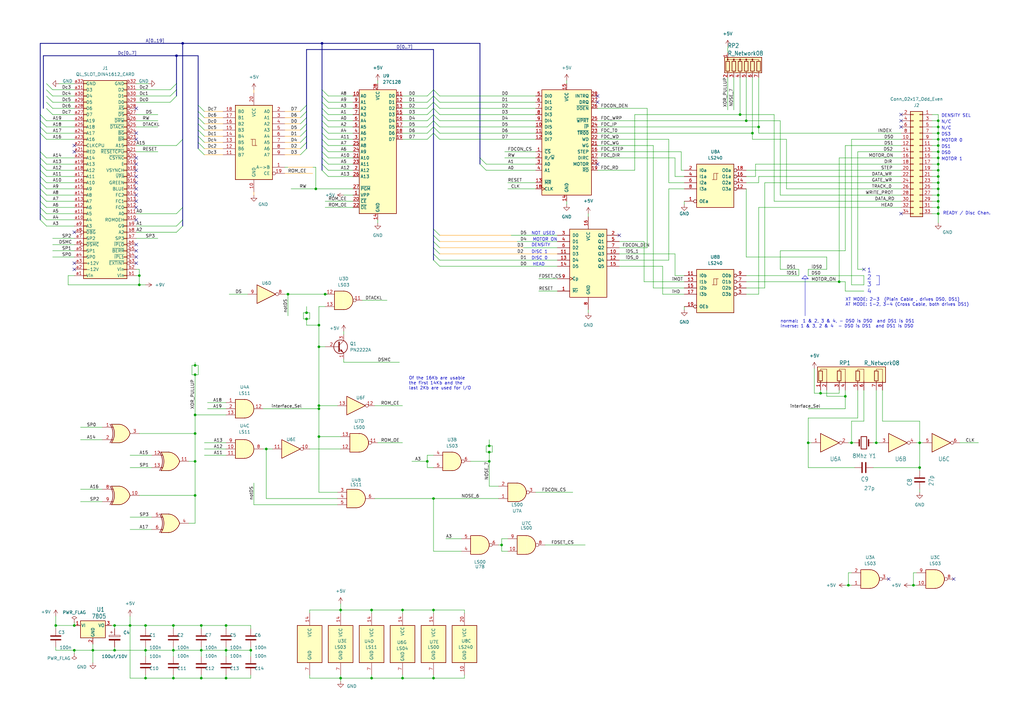
<source format=kicad_sch>
(kicad_sch (version 20230121) (generator eeschema)
  (paper "A3")
  (title_block (title "CST Q-Disc Interface Version 4") (date "2023-05-20") (rev "00") (company "Repro by Alvaro Alea Fdz.") (comment 1 "To use with ROM Version 1.18") (comment 2 "Disc Interface for Sinclair QL"))
  (junction (at 139.7 250.19))
  (junction (at 130.81 166.37))
  (junction (at 377.19 191.77))
  (junction (at 177.8 204.47))
  (junction (at 344.17 115.57))
  (junction (at 102.87 266.7))
  (junction (at 384.81 69.85))
  (junction (at 384.81 64.77))
  (junction (at 57.15 113.03))
  (junction (at 80.01 203.2))
  (junction (at 384.81 62.23))
  (junction (at 130.81 133.35))
  (junction (at 80.01 170.18))
  (junction (at 152.4 250.19))
  (junction (at 384.81 87.63))
  (junction (at 384.81 85.09))
  (junction (at 384.81 67.31))
  (junction (at 92.71 278.13))
  (junction (at 130.81 179.07))
  (junction (at 384.81 82.55))
  (junction (at 200.66 189.23))
  (junction (at 177.8 278.13))
  (junction (at 377.19 181.61))
  (junction (at 59.69 256.54))
  (junction (at 349.25 181.61))
  (junction (at 80.01 189.23))
  (junction (at 82.55 266.7))
  (junction (at 38.1 266.7))
  (junction (at 175.26 189.23))
  (junction (at 30.48 266.7))
  (junction (at 384.81 52.07))
  (junction (at 384.81 59.69))
  (junction (at 80.01 149.86))
  (junction (at 59.69 266.7))
  (junction (at 165.1 278.13))
  (junction (at 72.39 22.86))
  (junction (at 384.81 77.47))
  (junction (at 384.81 72.39))
  (junction (at 384.81 49.53))
  (junction (at 384.81 80.01))
  (junction (at 331.47 181.61))
  (junction (at 80.01 177.8))
  (junction (at 130.81 142.24))
  (junction (at 59.69 278.13))
  (junction (at 306.07 49.53))
  (junction (at 303.53 46.99))
  (junction (at 346.71 162.56))
  (junction (at 118.11 120.65))
  (junction (at 46.99 256.54))
  (junction (at 384.81 74.93))
  (junction (at 22.86 256.54))
  (junction (at 133.35 120.65))
  (junction (at 71.12 266.7))
  (junction (at 74.93 17.78))
  (junction (at 177.8 250.19))
  (junction (at 132.08 17.78))
  (junction (at 200.66 185.42))
  (junction (at 71.12 256.54))
  (junction (at 125.73 130.81))
  (junction (at 308.61 54.61))
  (junction (at 57.15 116.84))
  (junction (at 374.65 240.03))
  (junction (at 30.48 256.54))
  (junction (at 130.81 167.64))
  (junction (at 205.74 223.52))
  (junction (at 359.41 181.61))
  (junction (at 165.1 250.19))
  (junction (at 139.7 278.13))
  (junction (at 46.99 266.7))
  (junction (at 311.15 52.07))
  (junction (at 336.55 161.29))
  (junction (at 384.81 54.61))
  (junction (at 152.4 278.13))
  (junction (at 109.22 184.15))
  (junction (at 71.12 278.13))
  (junction (at 82.55 256.54))
  (junction (at 82.55 278.13))
  (junction (at 347.98 240.03))
  (junction (at 53.34 256.54))
  (junction (at 200.66 182.88))
  (junction (at 92.71 256.54))
  (junction (at 384.81 57.15))
  (junction (at 129.54 77.47))
  (junction (at 125.73 128.27))
  (junction (at 92.71 266.7))
  (junction (at 80.01 153.67))
  (no_connect (at 369.57 52.07))
  (no_connect (at 254 96.52))
  (no_connect (at 30.48 59.69))
  (no_connect (at 30.48 95.25))
  (no_connect (at 55.88 44.45))
  (no_connect (at 55.88 54.61))
  (no_connect (at 55.88 57.15))
  (no_connect (at 55.88 80.01))
  (no_connect (at 55.88 82.55))
  (no_connect (at 55.88 85.09))
  (no_connect (at 55.88 90.17))
  (no_connect (at 55.88 100.33))
  (no_connect (at 55.88 102.87))
  (no_connect (at 55.88 105.41))
  (no_connect (at 55.88 107.95))
  (no_connect (at 245.11 67.31))
  (no_connect (at 30.48 107.95))
  (no_connect (at 30.48 110.49))
  (no_connect (at 55.88 67.31))
  (no_connect (at 245.11 41.91))
  (no_connect (at 369.57 46.99))
  (no_connect (at 55.88 72.39))
  (no_connect (at 369.57 49.53))
  (no_connect (at 245.11 39.37))
  (no_connect (at 391.16 237.49))
  (no_connect (at 364.49 237.49))
  (no_connect (at 354.33 110.49))
  (no_connect (at 369.57 87.63))
  (no_connect (at 30.48 62.23))
  (no_connect (at 55.88 64.77))
  (no_connect (at 55.88 69.85))
  (no_connect (at 55.88 74.93))
  (no_connect (at 55.88 77.47))
  (bus_entry (at 177.8 44.45) (size -2.54 2.54))
  (bus_entry (at 74.93 92.71) (size -2.54 2.54))
  (bus_entry (at 196.85 67.31) (size 2.54 2.54))
  (bus_entry (at 16.51 77.47) (size 2.54 2.54))
  (bus_entry (at 132.08 49.53) (size 2.54 2.54))
  (bus_entry (at 177.8 96.52) (size 2.54 2.54))
  (bus_entry (at 16.51 72.39) (size 2.54 2.54))
  (bus_entry (at 177.8 49.53) (size 2.54 2.54))
  (bus_entry (at 74.93 90.17) (size -2.54 2.54))
  (bus_entry (at 81.28 50.8) (size 2.54 2.54))
  (bus_entry (at 132.08 57.15) (size 2.54 2.54))
  (bus_entry (at 19.05 39.37) (size 2.54 2.54))
  (bus_entry (at 16.51 87.63) (size 2.54 2.54))
  (bus_entry (at 81.28 55.88) (size 2.54 2.54))
  (bus_entry (at 177.8 36.83) (size -2.54 2.54))
  (bus_entry (at 132.08 39.37) (size 2.54 2.54))
  (bus_entry (at 19.05 41.91) (size 2.54 2.54))
  (bus_entry (at 16.51 85.09) (size 2.54 2.54))
  (bus_entry (at 177.8 93.98) (size 2.54 2.54))
  (bus_entry (at 177.8 44.45) (size 2.54 2.54))
  (bus_entry (at 16.51 90.17) (size 2.54 2.54))
  (bus_entry (at 132.08 67.31) (size 2.54 2.54))
  (bus_entry (at 132.08 44.45) (size 2.54 2.54))
  (bus_entry (at 125.73 55.88) (size -2.54 2.54))
  (bus_entry (at 177.8 39.37) (size 2.54 2.54))
  (bus_entry (at 125.73 48.26) (size -2.54 2.54))
  (bus_entry (at 132.08 46.99) (size 2.54 2.54))
  (bus_entry (at 19.05 36.83) (size 2.54 2.54))
  (bus_entry (at 132.08 36.83) (size 2.54 2.54))
  (bus_entry (at 81.28 60.96) (size 2.54 2.54))
  (bus_entry (at 16.51 64.77) (size 2.54 2.54))
  (bus_entry (at 19.05 44.45) (size 2.54 2.54))
  (bus_entry (at 19.05 34.29) (size 2.54 2.54))
  (bus_entry (at 72.39 34.29) (size -2.54 2.54))
  (bus_entry (at 125.73 50.8) (size -2.54 2.54))
  (bus_entry (at 16.51 46.99) (size 2.54 2.54))
  (bus_entry (at 81.28 48.26) (size 2.54 2.54))
  (bus_entry (at 177.8 104.14) (size 2.54 2.54))
  (bus_entry (at 177.8 49.53) (size -2.54 2.54))
  (bus_entry (at 132.08 52.07) (size 2.54 2.54))
  (bus_entry (at 177.8 39.37) (size -2.54 2.54))
  (bus_entry (at 196.85 64.77) (size 2.54 2.54))
  (bus_entry (at 16.51 82.55) (size 2.54 2.54))
  (bus_entry (at 16.51 62.23) (size 2.54 2.54))
  (bus_entry (at 16.51 74.93) (size 2.54 2.54))
  (bus_entry (at 125.73 60.96) (size -2.54 2.54))
  (bus_entry (at 125.73 58.42) (size -2.54 2.54))
  (bus_entry (at 177.8 36.83) (size 2.54 2.54))
  (bus_entry (at 81.28 53.34) (size 2.54 2.54))
  (bus_entry (at 74.93 85.09) (size -2.54 2.54))
  (bus_entry (at 177.8 46.99) (size -2.54 2.54))
  (bus_entry (at 177.8 54.61) (size 2.54 2.54))
  (bus_entry (at 177.8 54.61) (size -2.54 2.54))
  (bus_entry (at 177.8 106.68) (size 2.54 2.54))
  (bus_entry (at 74.93 57.15) (size -2.54 2.54))
  (bus_entry (at 177.8 99.06) (size 2.54 2.54))
  (bus_entry (at 16.51 69.85) (size 2.54 2.54))
  (bus_entry (at 16.51 67.31) (size 2.54 2.54))
  (bus_entry (at 177.8 41.91) (size -2.54 2.54))
  (bus_entry (at 177.8 52.07) (size 2.54 2.54))
  (bus_entry (at 125.73 43.18) (size -2.54 2.54))
  (bus_entry (at 81.28 58.42) (size 2.54 2.54))
  (bus_entry (at 132.08 69.85) (size 2.54 2.54))
  (bus_entry (at 132.08 62.23) (size 2.54 2.54))
  (bus_entry (at 177.8 46.99) (size 2.54 2.54))
  (bus_entry (at 81.28 45.72) (size 2.54 2.54))
  (bus_entry (at 132.08 54.61) (size 2.54 2.54))
  (bus_entry (at 125.73 53.34) (size -2.54 2.54))
  (bus_entry (at 16.51 52.07) (size 2.54 2.54))
  (bus_entry (at 72.39 39.37) (size -2.54 2.54))
  (bus_entry (at 16.51 80.01) (size 2.54 2.54))
  (bus_entry (at 16.51 54.61) (size 2.54 2.54))
  (bus_entry (at 81.28 43.18) (size 2.54 2.54))
  (bus_entry (at 177.8 41.91) (size 2.54 2.54))
  (bus_entry (at 177.8 52.07) (size -2.54 2.54))
  (bus_entry (at 132.08 64.77) (size 2.54 2.54))
  (bus_entry (at 72.39 36.83) (size -2.54 2.54))
  (bus_entry (at 177.8 101.6) (size 2.54 2.54))
  (bus_entry (at 16.51 49.53) (size 2.54 2.54))
  (bus_entry (at 132.08 59.69) (size 2.54 2.54))
  (bus_entry (at 125.73 45.72) (size -2.54 2.54))
  (bus_entry (at 132.08 41.91) (size 2.54 2.54))
  (wire (pts (xy 190.5 250.19) (xy 190.5 251.46)))
  (wire (pts (xy 375.92 181.61) (xy 377.19 181.61)))
  (bus (pts (xy 17.78 22.86) (xy 17.78 44.45)))
  (wire (pts (xy 358.14 181.61) (xy 359.41 181.61)))
  (wire (pts (xy 347.98 181.61) (xy 349.25 181.61)))
  (wire (pts (xy 201.93 185.42) (xy 200.66 185.42)))
  (bus (pts (xy 81.28 22.86) (xy 72.39 22.86)))
  (wire (pts (xy 351.79 62.23) (xy 351.79 110.49)))
  (wire (pts (xy 71.12 256.54) (xy 82.55 256.54)))
  (bus (pts (xy 132.08 62.23) (xy 132.08 64.77)))
  (wire (pts (xy 309.88 67.31) (xy 309.88 72.39)))
  (wire (pts (xy 123.19 53.34) (xy 116.84 53.34)) (stroke (width 0) (color 255 153 0 1)))
  (bus (pts (xy 125.73 20.32) (xy 177.8 20.32)))
  (wire (pts (xy 91.44 60.96) (xy 83.82 60.96)) (stroke (width 0) (color 255 153 0 1)))
  (wire (pts (xy 180.34 39.37) (xy 219.71 39.37)))
  (wire (pts (xy 33.02 175.26) (xy 41.91 175.26)))
  (wire (pts (xy 382.27 52.07) (xy 384.81 52.07)))
  (bus (pts (xy 16.51 77.47) (xy 16.51 80.01)))
  (wire (pts (xy 322.58 57.15) (xy 322.58 77.47)))
  (wire (pts (xy 306.07 31.75) (xy 306.07 49.53)))
  (wire (pts (xy 124.46 128.27) (xy 125.73 128.27)))
  (bus (pts (xy 72.39 34.29) (xy 72.39 36.83)))
  (wire (pts (xy 82.55 256.54) (xy 82.55 257.81)))
  (wire (pts (xy 127 130.81) (xy 127 128.27)))
  (wire (pts (xy 140.97 80.01) (xy 144.78 80.01)))
  (wire (pts (xy 55.88 95.25) (xy 72.39 95.25)))
  (wire (pts (xy 71.12 256.54) (xy 71.12 257.81)))
  (wire (pts (xy 30.48 266.7) (xy 38.1 266.7)))
  (wire (pts (xy 165.1 39.37) (xy 175.26 39.37)))
  (wire (pts (xy 53.34 256.54) (xy 59.69 256.54)))
  (wire (pts (xy 19.05 80.01) (xy 30.48 80.01)))
  (wire (pts (xy 125.73 133.35) (xy 130.81 133.35)))
  (wire (pts (xy 130.81 166.37) (xy 138.43 166.37)))
  (wire (pts (xy 384.81 80.01) (xy 384.81 82.55)))
  (wire (pts (xy 201.93 185.42) (xy 201.93 182.88)))
  (wire (pts (xy 201.93 182.88) (xy 200.66 182.88)))
  (wire (pts (xy 311.15 52.07) (xy 311.15 54.61)))
  (bus (pts (xy 16.51 69.85) (xy 16.51 72.39)))
  (wire (pts (xy 382.27 85.09) (xy 384.81 85.09)))
  (wire (pts (xy 55.88 39.37) (xy 69.85 39.37)))
  (wire (pts (xy 331.47 181.61) (xy 331.47 191.77)))
  (wire (pts (xy 93.98 120.65) (xy 101.6 120.65)))
  (wire (pts (xy 375.92 240.03) (xy 374.65 240.03)))
  (wire (pts (xy 109.22 204.47) (xy 138.43 204.47)))
  (wire (pts (xy 134.62 49.53) (xy 144.78 49.53)))
  (wire (pts (xy 264.16 99.06) (xy 264.16 115.57)))
  (wire (pts (xy 46.99 256.54) (xy 53.34 256.54)))
  (bus (pts (xy 132.08 44.45) (xy 132.08 46.99)))
  (wire (pts (xy 165.1 278.13) (xy 177.8 278.13)))
  (wire (pts (xy 53.34 256.54) (xy 53.34 252.73)))
  (wire (pts (xy 71.12 278.13) (xy 82.55 278.13)))
  (wire (pts (xy 80.01 189.23) (xy 80.01 203.2)))
  (bus (pts (xy 16.51 46.99) (xy 16.51 49.53)))
  (wire (pts (xy 245.11 62.23) (xy 279.4 62.23)))
  (wire (pts (xy 46.99 266.7) (xy 59.69 266.7)))
  (bus (pts (xy 196.85 17.78) (xy 196.85 64.77)))
  (polyline (pts (xy 359.41 116.84) (xy 360.68 116.84)))
  (wire (pts (xy 134.62 59.69) (xy 144.78 59.69)))
  (wire (pts (xy 232.41 82.55) (xy 232.41 83.82)))
  (wire (pts (xy 336.55 160.02) (xy 336.55 161.29)))
  (polyline (pts (xy 330.2 114.3) (xy 330.2 129.54)))
  (wire (pts (xy 139.7 250.19) (xy 139.7 251.46)))
  (wire (pts (xy 193.04 189.23) (xy 200.66 189.23)))
  (wire (pts (xy 19.05 77.47) (xy 30.48 77.47)))
  (bus (pts (xy 132.08 17.78) (xy 132.08 36.83)))
  (wire (pts (xy 91.44 53.34) (xy 83.82 53.34)) (stroke (width 0) (color 255 153 0 1)))
  (wire (pts (xy 134.62 44.45) (xy 144.78 44.45)))
  (wire (pts (xy 165.1 52.07) (xy 175.26 52.07)))
  (wire (pts (xy 354.33 113.03) (xy 354.33 116.84)))
  (wire (pts (xy 80.01 153.67) (xy 81.28 153.67)))
  (wire (pts (xy 245.11 59.69) (xy 267.97 59.69)))
  (wire (pts (xy 274.32 57.15) (xy 274.32 74.93)))
  (wire (pts (xy 82.55 269.24) (xy 82.55 266.7)))
  (wire (pts (xy 53.34 217.17) (xy 62.23 217.17)))
  (wire (pts (xy 21.59 46.99) (xy 30.48 46.99)))
  (wire (pts (xy 134.62 62.23) (xy 144.78 62.23)))
  (wire (pts (xy 254 109.22) (xy 271.78 109.22)))
  (wire (pts (xy 30.48 266.7) (xy 30.48 267.97)))
  (wire (pts (xy 306.07 120.65) (xy 311.15 120.65)))
  (wire (pts (xy 306.07 115.57) (xy 344.17 115.57)))
  (bus (pts (xy 16.51 62.23) (xy 16.51 64.77)))
  (wire (pts (xy 104.14 207.01) (xy 138.43 207.01)))
  (wire (pts (xy 280.67 69.85) (xy 279.4 69.85)))
  (wire (pts (xy 317.5 46.99) (xy 317.5 82.55)))
  (wire (pts (xy 55.88 92.71) (xy 72.39 92.71)))
  (wire (pts (xy 180.34 54.61) (xy 219.71 54.61)))
  (wire (pts (xy 55.88 46.99) (xy 64.77 46.99)))
  (wire (pts (xy 22.86 256.54) (xy 22.86 257.81)))
  (bus (pts (xy 81.28 50.8) (xy 81.28 53.34)))
  (wire (pts (xy 339.09 162.56) (xy 346.71 162.56)))
  (bus (pts (xy 132.08 57.15) (xy 132.08 59.69)))
  (wire (pts (xy 128.27 71.12) (xy 116.84 71.12)) (stroke (width 0) (color 255 153 0 1)))
  (wire (pts (xy 377.19 201.93) (xy 377.19 200.66)))
  (wire (pts (xy 346.71 59.69) (xy 346.71 102.87)))
  (wire (pts (xy 384.81 72.39) (xy 384.81 69.85)))
  (wire (pts (xy 180.34 104.14) (xy 228.6 104.14)) (stroke (width 0) (color 255 153 0 1)))
  (wire (pts (xy 107.95 167.64) (xy 130.81 167.64)))
  (wire (pts (xy 336.55 161.29) (xy 344.17 161.29)))
  (wire (pts (xy 33.02 200.66) (xy 41.91 200.66)))
  (wire (pts (xy 200.66 199.39) (xy 204.47 199.39)))
  (wire (pts (xy 349.25 57.15) (xy 369.57 57.15)))
  (wire (pts (xy 139.7 247.65) (xy 139.7 250.19)))
  (bus (pts (xy 125.73 48.26) (xy 125.73 50.8)))
  (wire (pts (xy 111.76 184.15) (xy 109.22 184.15)))
  (wire (pts (xy 254 106.68) (xy 274.32 106.68)))
  (wire (pts (xy 204.47 223.52) (xy 205.74 223.52)))
  (bus (pts (xy 125.73 43.18) (xy 125.73 45.72)))
  (bus (pts (xy 177.8 104.14) (xy 177.8 106.68)))
  (wire (pts (xy 165.1 41.91) (xy 175.26 41.91)))
  (wire (pts (xy 55.88 41.91) (xy 69.85 41.91)))
  (wire (pts (xy 300.99 31.75) (xy 300.99 45.085)))
  (wire (pts (xy 382.27 67.31) (xy 384.81 67.31)))
  (wire (pts (xy 21.59 36.83) (xy 30.48 36.83)))
  (bus (pts (xy 81.28 43.18) (xy 81.28 45.72)))
  (wire (pts (xy 102.87 265.43) (xy 102.87 266.7)))
  (wire (pts (xy 55.88 87.63) (xy 72.39 87.63)))
  (bus (pts (xy 177.8 41.91) (xy 177.8 44.45)))
  (wire (pts (xy 339.09 110.49) (xy 339.09 105.41)))
  (wire (pts (xy 180.34 44.45) (xy 219.71 44.45)))
  (wire (pts (xy 384.81 82.55) (xy 384.81 85.09)))
  (polyline (pts (xy 359.41 113.03) (xy 360.68 113.03)))
  (wire (pts (xy 21.59 102.87) (xy 30.48 102.87)))
  (wire (pts (xy 382.27 77.47) (xy 384.81 77.47)))
  (wire (pts (xy 19.05 49.53) (xy 30.48 49.53)))
  (wire (pts (xy 55.88 97.79) (xy 64.77 97.79)))
  (wire (pts (xy 264.16 115.57) (xy 280.67 115.57)))
  (wire (pts (xy 354.33 160.02) (xy 354.33 172.72)))
  (wire (pts (xy 311.15 31.75) (xy 311.15 52.07)))
  (wire (pts (xy 260.35 46.99) (xy 260.35 69.85)))
  (wire (pts (xy 336.55 161.29) (xy 334.01 161.29)))
  (wire (pts (xy 177.8 186.69) (xy 175.26 186.69)))
  (wire (pts (xy 33.02 180.34) (xy 41.91 180.34)))
  (wire (pts (xy 139.7 276.86) (xy 139.7 278.13)))
  (wire (pts (xy 208.28 220.98) (xy 205.74 220.98)))
  (wire (pts (xy 19.05 87.63) (xy 30.48 87.63)))
  (wire (pts (xy 190.5 278.13) (xy 190.5 276.86)))
  (wire (pts (xy 80.01 149.86) (xy 81.28 149.86)))
  (wire (pts (xy 125.73 130.81) (xy 125.73 133.35)))
  (wire (pts (xy 200.66 185.42) (xy 200.66 189.23)))
  (wire (pts (xy 175.26 186.69) (xy 175.26 189.23)))
  (wire (pts (xy 104.14 198.12) (xy 104.14 207.01)))
  (bus (pts (xy 81.28 58.42) (xy 81.28 60.96)))
  (wire (pts (xy 134.62 67.31) (xy 144.78 67.31)))
  (wire (pts (xy 375.92 234.95) (xy 374.65 234.95)))
  (wire (pts (xy 306.07 72.39) (xy 309.88 72.39)))
  (wire (pts (xy 46.99 265.43) (xy 46.99 266.7)))
  (wire (pts (xy 384.81 49.53) (xy 384.81 52.07)))
  (wire (pts (xy 71.12 266.7) (xy 82.55 266.7)))
  (wire (pts (xy 55.88 34.29) (xy 60.96 34.29)))
  (wire (pts (xy 346.71 115.57) (xy 346.71 119.38)))
  (wire (pts (xy 180.34 52.07) (xy 219.71 52.07)))
  (bus (pts (xy 74.93 90.17) (xy 74.93 92.71)))
  (wire (pts (xy 344.17 64.77) (xy 369.57 64.77)))
  (wire (pts (xy 177.8 250.19) (xy 190.5 250.19)))
  (wire (pts (xy 359.41 160.02) (xy 359.41 181.61)))
  (wire (pts (xy 57.15 116.84) (xy 59.69 116.84)))
  (wire (pts (xy 303.53 46.99) (xy 303.53 31.75)))
  (wire (pts (xy 107.95 184.15) (xy 109.22 184.15)))
  (wire (pts (xy 59.69 269.24) (xy 59.69 266.7)))
  (wire (pts (xy 30.48 255.27) (xy 30.48 256.54)))
  (wire (pts (xy 311.15 54.61) (xy 369.57 54.61)))
  (wire (pts (xy 148.59 123.19) (xy 158.75 123.19)))
  (wire (pts (xy 19.05 64.77) (xy 30.48 64.77)))
  (wire (pts (xy 320.04 80.01) (xy 320.04 49.53)))
  (wire (pts (xy 125.73 125.73) (xy 125.73 128.27)))
  (wire (pts (xy 271.78 109.22) (xy 271.78 120.65)))
  (wire (pts (xy 134.62 41.91) (xy 144.78 41.91)))
  (wire (pts (xy 118.11 68.58) (xy 116.84 68.58)))
  (wire (pts (xy 339.09 160.02) (xy 339.09 162.56)))
  (wire (pts (xy 165.1 49.53) (xy 175.26 49.53)))
  (wire (pts (xy 280.67 127) (xy 280.67 125.73)))
  (wire (pts (xy 320.04 102.87) (xy 320.04 110.49)))
  (wire (pts (xy 260.35 46.99) (xy 303.53 46.99)))
  (wire (pts (xy 180.34 49.53) (xy 219.71 49.53)))
  (wire (pts (xy 205.74 220.98) (xy 205.74 223.52)))
  (wire (pts (xy 130.81 201.93) (xy 138.43 201.93)))
  (wire (pts (xy 129.54 77.47) (xy 129.54 68.58)))
  (wire (pts (xy 130.81 167.64) (xy 130.81 179.07)))
  (wire (pts (xy 177.8 278.13) (xy 177.8 276.86)))
  (bus (pts (xy 177.8 39.37) (xy 177.8 41.91)))
  (wire (pts (xy 245.11 57.15) (xy 274.32 57.15)))
  (wire (pts (xy 91.44 45.72) (xy 83.82 45.72)) (stroke (width 0) (color 255 153 0 1)))
  (wire (pts (xy 152.4 278.13) (xy 165.1 278.13)))
  (bus (pts (xy 196.85 64.77) (xy 196.85 67.31)))
  (wire (pts (xy 199.39 185.42) (xy 200.66 185.42)))
  (wire (pts (xy 92.71 265.43) (xy 92.71 266.7)))
  (wire (pts (xy 165.1 44.45) (xy 175.26 44.45)))
  (wire (pts (xy 377.19 181.61) (xy 377.19 191.77)))
  (wire (pts (xy 241.3 87.63) (xy 241.3 88.9)))
  (wire (pts (xy 55.88 113.03) (xy 57.15 113.03)))
  (wire (pts (xy 123.19 45.72) (xy 116.84 45.72)) (stroke (width 0) (color 255 153 0 1)))
  (wire (pts (xy 382.27 54.61) (xy 384.81 54.61)))
  (bus (pts (xy 132.08 67.31) (xy 132.08 69.85)))
  (wire (pts (xy 177.8 204.47) (xy 204.47 204.47)))
  (wire (pts (xy 140.97 147.32) (xy 140.97 148.59)))
  (wire (pts (xy 140.97 148.59) (xy 163.83 148.59)))
  (wire (pts (xy 384.81 87.63) (xy 384.81 85.09)))
  (wire (pts (xy 334.01 151.13) (xy 334.01 161.29)))
  (wire (pts (xy 123.19 63.5) (xy 116.84 63.5)) (stroke (width 0) (color 255 153 0 1)))
  (wire (pts (xy 177.8 278.13) (xy 190.5 278.13)))
  (wire (pts (xy 308.61 31.75) (xy 308.61 54.61)))
  (wire (pts (xy 306.07 105.41) (xy 339.09 105.41)))
  (bus (pts (xy 196.85 17.78) (xy 132.08 17.78)))
  (bus (pts (xy 74.93 85.09) (xy 74.93 90.17)))
  (wire (pts (xy 80.01 153.67) (xy 80.01 170.18)))
  (wire (pts (xy 92.71 278.13) (xy 92.71 276.86)))
  (polyline (pts (xy 328.93 114.3) (xy 331.47 114.3)))
  (wire (pts (xy 134.62 64.77) (xy 144.78 64.77)))
  (wire (pts (xy 152.4 250.19) (xy 165.1 250.19)))
  (wire (pts (xy 22.86 265.43) (xy 22.86 266.7)))
  (wire (pts (xy 265.43 44.45) (xy 265.43 101.6)))
  (wire (pts (xy 306.07 69.85) (xy 369.57 69.85)))
  (bus (pts (xy 132.08 41.91) (xy 132.08 44.45)))
  (wire (pts (xy 199.39 67.31) (xy 219.71 67.31)))
  (wire (pts (xy 21.59 41.91) (xy 30.48 41.91)))
  (wire (pts (xy 55.88 62.23) (xy 64.77 62.23)))
  (wire (pts (xy 85.09 167.64) (xy 92.71 167.64)))
  (wire (pts (xy 134.62 46.99) (xy 144.78 46.99)))
  (bus (pts (xy 16.51 49.53) (xy 16.51 52.07)))
  (wire (pts (xy 346.71 167.64) (xy 331.47 167.64)))
  (wire (pts (xy 154.94 90.17) (xy 154.94 91.44)))
  (wire (pts (xy 327.66 113.03) (xy 327.66 110.49)))
  (wire (pts (xy 254 101.6) (xy 265.43 101.6)))
  (wire (pts (xy 153.67 204.47) (xy 177.8 204.47)))
  (wire (pts (xy 331.47 171.45) (xy 351.79 171.45)))
  (wire (pts (xy 38.1 266.7) (xy 38.1 271.78)))
  (wire (pts (xy 308.61 57.15) (xy 308.61 54.61)))
  (bus (pts (xy 81.28 53.34) (xy 81.28 55.88)))
  (polyline (pts (xy 328.93 114.3) (xy 330.2 113.03)))
  (wire (pts (xy 19.05 72.39) (xy 30.48 72.39)))
  (wire (pts (xy 19.05 92.71) (xy 30.48 92.71)))
  (wire (pts (xy 102.87 269.24) (xy 102.87 266.7)))
  (wire (pts (xy 118.11 120.65) (xy 133.35 120.65)))
  (wire (pts (xy 124.46 130.81) (xy 125.73 130.81)))
  (wire (pts (xy 139.7 278.13) (xy 139.7 279.4)))
  (wire (pts (xy 354.33 119.38) (xy 346.71 119.38)))
  (bus (pts (xy 81.28 55.88) (xy 81.28 58.42)))
  (bus (pts (xy 125.73 45.72) (xy 125.73 48.26)))
  (wire (pts (xy 123.19 58.42) (xy 116.84 58.42)) (stroke (width 0) (color 255 153 0 1)))
  (wire (pts (xy 177.8 250.19) (xy 177.8 251.46)))
  (wire (pts (xy 276.86 113.03) (xy 280.67 113.03)))
  (bus (pts (xy 177.8 46.99) (xy 177.8 49.53)))
  (bus (pts (xy 132.08 59.69) (xy 132.08 62.23)))
  (wire (pts (xy 311.15 72.39) (xy 369.57 72.39)))
  (polyline (pts (xy 330.2 113.03) (xy 331.47 114.3)))
  (wire (pts (xy 180.34 99.06) (xy 212.09 99.06)) (stroke (width 0) (color 255 153 0 1)))
  (wire (pts (xy 134.62 52.07) (xy 144.78 52.07)))
  (wire (pts (xy 313.69 74.93) (xy 369.57 74.93)))
  (wire (pts (xy 53.34 256.54) (xy 53.34 278.13)))
  (wire (pts (xy 59.69 266.7) (xy 71.12 266.7)))
  (bus (pts (xy 81.28 45.72) (xy 81.28 48.26)))
  (wire (pts (xy 317.5 82.55) (xy 369.57 82.55)))
  (wire (pts (xy 59.69 278.13) (xy 71.12 278.13)))
  (bus (pts (xy 72.39 22.86) (xy 17.78 22.86)))
  (wire (pts (xy 309.88 67.31) (xy 369.57 67.31)))
  (wire (pts (xy 220.98 119.38) (xy 228.6 119.38)))
  (wire (pts (xy 349.25 57.15) (xy 349.25 116.84)))
  (wire (pts (xy 200.66 180.34) (xy 200.66 182.88)))
  (wire (pts (xy 313.69 74.93) (xy 313.69 118.11)))
  (wire (pts (xy 208.28 77.47) (xy 219.71 77.47)))
  (wire (pts (xy 45.72 256.54) (xy 46.99 256.54)))
  (wire (pts (xy 346.71 162.56) (xy 346.71 167.64)))
  (wire (pts (xy 80.01 177.8) (xy 80.01 189.23)))
  (bus (pts (xy 132.08 46.99) (xy 132.08 49.53)))
  (bus (pts (xy 177.8 36.83) (xy 177.8 39.37)))
  (wire (pts (xy 19.05 69.85) (xy 30.48 69.85)))
  (wire (pts (xy 55.88 59.69) (xy 72.39 59.69)))
  (wire (pts (xy 83.82 186.69) (xy 92.71 186.69)))
  (wire (pts (xy 384.81 74.93) (xy 384.81 72.39)))
  (bus (pts (xy 125.73 50.8) (xy 125.73 53.34)))
  (wire (pts (xy 71.12 278.13) (xy 71.12 276.86)))
  (wire (pts (xy 207.01 64.77) (xy 219.71 64.77)))
  (wire (pts (xy 245.11 44.45) (xy 265.43 44.45)))
  (wire (pts (xy 46.99 256.54) (xy 46.99 257.81)))
  (wire (pts (xy 144.78 82.55) (xy 133.35 82.55)))
  (wire (pts (xy 19.05 54.61) (xy 30.48 54.61)))
  (bus (pts (xy 16.51 80.01) (xy 16.51 82.55)))
  (wire (pts (xy 276.86 104.14) (xy 276.86 113.03)))
  (wire (pts (xy 27.94 113.03) (xy 27.94 116.84)))
  (wire (pts (xy 27.94 116.84) (xy 57.15 116.84)))
  (wire (pts (xy 30.48 113.03) (xy 27.94 113.03)))
  (wire (pts (xy 57.15 110.49) (xy 55.88 110.49)))
  (wire (pts (xy 57.15 113.03) (xy 57.15 110.49)))
  (wire (pts (xy 57.15 116.84) (xy 57.15 113.03)))
  (wire (pts (xy 346.71 160.02) (xy 346.71 162.56)))
  (wire (pts (xy 382.27 87.63) (xy 384.81 87.63)))
  (wire (pts (xy 351.79 160.02) (xy 351.79 171.45)))
  (wire (pts (xy 382.27 72.39) (xy 384.81 72.39)))
  (wire (pts (xy 361.95 172.72) (xy 377.19 172.72)))
  (wire (pts (xy 207.01 62.23) (xy 219.71 62.23)))
  (wire (pts (xy 130.81 142.24) (xy 133.35 142.24)))
  (wire (pts (xy 139.7 250.19) (xy 127 250.19)))
  (wire (pts (xy 71.12 265.43) (xy 71.12 266.7)))
  (bus (pts (xy 177.8 54.61) (xy 177.8 93.98)))
  (wire (pts (xy 91.44 58.42) (xy 83.82 58.42)) (stroke (width 0) (color 255 153 0 1)))
  (wire (pts (xy 384.81 52.07) (xy 384.81 54.61)))
  (wire (pts (xy 205.74 226.06) (xy 208.28 226.06)))
  (wire (pts (xy 134.62 54.61) (xy 144.78 54.61)))
  (wire (pts (xy 19.05 67.31) (xy 30.48 67.31)))
  (polyline (pts (xy 328.93 114.3) (xy 331.47 114.3)))
  (wire (pts (xy 245.11 52.07) (xy 311.15 52.07)))
  (wire (pts (xy 140.97 135.89) (xy 140.97 137.16)))
  (wire (pts (xy 377.19 181.61) (xy 378.46 181.61)))
  (wire (pts (xy 306.07 77.47) (xy 306.07 105.41)))
  (wire (pts (xy 91.44 48.26) (xy 83.82 48.26)) (stroke (width 0) (color 255 153 0 1)))
  (wire (pts (xy 134.62 39.37) (xy 144.78 39.37)))
  (wire (pts (xy 393.7 181.61) (xy 401.32 181.61)))
  (wire (pts (xy 245.11 49.53) (xy 306.07 49.53)))
  (wire (pts (xy 384.81 46.99) (xy 384.81 49.53)))
  (wire (pts (xy 384.81 54.61) (xy 384.81 57.15)))
  (bus (pts (xy 16.51 54.61) (xy 16.51 62.23)))
  (wire (pts (xy 223.52 223.52) (xy 240.03 223.52)))
  (wire (pts (xy 382.27 64.77) (xy 384.81 64.77)))
  (wire (pts (xy 127 250.19) (xy 127 251.46)))
  (wire (pts (xy 205.74 223.52) (xy 205.74 226.06)))
  (wire (pts (xy 71.12 269.24) (xy 71.12 266.7)))
  (bus (pts (xy 72.39 36.83) (xy 72.39 39.37)))
  (bus (pts (xy 16.51 64.77) (xy 16.51 67.31)))
  (wire (pts (xy 347.98 234.95) (xy 347.98 240.03)))
  (wire (pts (xy 245.11 54.61) (xy 308.61 54.61)))
  (wire (pts (xy 182.88 220.98) (xy 189.23 220.98)))
  (wire (pts (xy 82.55 266.7) (xy 92.71 266.7)))
  (wire (pts (xy 80.01 148.59) (xy 80.01 149.86)))
  (wire (pts (xy 91.44 50.8) (xy 83.82 50.8)) (stroke (width 0) (color 255 153 0 1)))
  (wire (pts (xy 104.14 78.74) (xy 104.14 80.01)) (stroke (width 0) (color 255 153 0 1)))
  (wire (pts (xy 200.66 199.39) (xy 200.66 189.23)))
  (wire (pts (xy 361.95 160.02) (xy 361.95 172.72)))
  (wire (pts (xy 267.97 118.11) (xy 280.67 118.11)))
  (wire (pts (xy 80.01 214.63) (xy 77.47 214.63)))
  (wire (pts (xy 21.59 105.41) (xy 30.48 105.41)))
  (bus (pts (xy 177.8 99.06) (xy 177.8 96.52)))
  (bus (pts (xy 125.73 55.88) (xy 125.73 58.42)))
  (wire (pts (xy 347.98 240.03) (xy 346.71 240.03)))
  (wire (pts (xy 125.73 130.81) (xy 127 130.81)))
  (wire (pts (xy 382.27 74.93) (xy 384.81 74.93)))
  (bus (pts (xy 16.51 52.07) (xy 16.51 54.61)))
  (wire (pts (xy 55.88 49.53) (xy 64.77 49.53)))
  (wire (pts (xy 134.62 69.85) (xy 144.78 69.85)))
  (wire (pts (xy 351.79 62.23) (xy 369.57 62.23)))
  (wire (pts (xy 127 184.15) (xy 139.7 184.15)))
  (wire (pts (xy 134.62 72.39) (xy 144.78 72.39)))
  (wire (pts (xy 344.17 115.57) (xy 346.71 115.57)))
  (wire (pts (xy 331.47 171.45) (xy 331.47 181.61)))
  (wire (pts (xy 199.39 69.85) (xy 219.71 69.85)))
  (wire (pts (xy 78.74 153.67) (xy 80.01 153.67)))
  (wire (pts (xy 102.87 278.13) (xy 102.87 276.86)))
  (bus (pts (xy 16.51 67.31) (xy 16.51 69.85)))
  (wire (pts (xy 133.35 120.65) (xy 134.62 120.65)))
  (wire (pts (xy 59.69 256.54) (xy 71.12 256.54)))
  (wire (pts (xy 241.3 127) (xy 241.3 128.27)))
  (wire (pts (xy 78.74 149.86) (xy 78.74 153.67)))
  (bus (pts (xy 177.8 101.6) (xy 177.8 99.06)))
  (wire (pts (xy 374.65 234.95) (xy 374.65 240.03)))
  (bus (pts (xy 81.28 48.26) (xy 81.28 50.8)))
  (wire (pts (xy 19.05 82.55) (xy 30.48 82.55)))
  (wire (pts (xy 83.82 184.15) (xy 92.71 184.15)))
  (wire (pts (xy 82.55 265.43) (xy 82.55 266.7)))
  (wire (pts (xy 21.59 100.33) (xy 30.48 100.33)))
  (wire (pts (xy 38.1 266.7) (xy 46.99 266.7)))
  (wire (pts (xy 80.01 203.2) (xy 80.01 214.63)))
  (wire (pts (xy 311.15 85.09) (xy 369.57 85.09)))
  (wire (pts (xy 22.86 252.73) (xy 22.86 256.54)))
  (wire (pts (xy 130.81 142.24) (xy 130.81 166.37)))
  (wire (pts (xy 384.81 77.47) (xy 384.81 80.01)))
  (wire (pts (xy 91.44 55.88) (xy 83.82 55.88)) (stroke (width 0) (color 255 153 0 1)))
  (wire (pts (xy 130.81 166.37) (xy 130.81 167.64)))
  (wire (pts (xy 344.17 161.29) (xy 344.17 160.02)))
  (wire (pts (xy 280.67 72.39) (xy 276.86 72.39)))
  (wire (pts (xy 82.55 278.13) (xy 82.55 276.86)))
  (wire (pts (xy 130.81 179.07) (xy 139.7 179.07)))
  (wire (pts (xy 80.01 170.18) (xy 92.71 170.18)))
  (wire (pts (xy 123.19 55.88) (xy 116.84 55.88)) (stroke (width 0) (color 255 153 0 1)))
  (wire (pts (xy 19.05 85.09) (xy 30.48 85.09)))
  (wire (pts (xy 92.71 256.54) (xy 102.87 256.54)))
  (wire (pts (xy 306.07 49.53) (xy 320.04 49.53)))
  (wire (pts (xy 382.27 59.69) (xy 384.81 59.69)))
  (wire (pts (xy 377.19 191.77) (xy 377.19 193.04)))
  (wire (pts (xy 59.69 256.54) (xy 59.69 257.81)))
  (wire (pts (xy 152.4 276.86) (xy 152.4 278.13)))
  (wire (pts (xy 165.1 250.19) (xy 177.8 250.19)))
  (wire (pts (xy 384.81 67.31) (xy 384.81 64.77)))
  (wire (pts (xy 57.15 177.8) (xy 80.01 177.8)))
  (wire (pts (xy 92.71 266.7) (xy 102.87 266.7)))
  (wire (pts (xy 382.27 62.23) (xy 384.81 62.23)))
  (wire (pts (xy 119.38 77.47) (xy 129.54 77.47)))
  (wire (pts (xy 377.19 191.77) (xy 358.14 191.77)))
  (wire (pts (xy 165.1 250.19) (xy 165.1 251.46)))
  (bus (pts (xy 74.93 17.78) (xy 132.08 17.78)))
  (wire (pts (xy 384.81 64.77) (xy 384.81 62.23)))
  (wire (pts (xy 82.55 256.54) (xy 92.71 256.54)))
  (bus (pts (xy 177.8 52.07) (xy 177.8 54.61)))
  (wire (pts (xy 384.81 87.63) (xy 384.81 91.44)))
  (wire (pts (xy 116.84 120.65) (xy 118.11 120.65)))
  (wire (pts (xy 382.27 80.01) (xy 384.81 80.01)))
  (wire (pts (xy 123.19 50.8) (xy 116.84 50.8)) (stroke (width 0) (color 255 153 0 1)))
  (wire (pts (xy 280.67 82.55) (xy 280.67 83.82)))
  (wire (pts (xy 298.45 45.085) (xy 298.45 31.75)))
  (wire (pts (xy 168.91 189.23) (xy 175.26 189.23)))
  (bus (pts (xy 16.51 87.63) (xy 16.51 90.17)))
  (wire (pts (xy 165.1 54.61) (xy 175.26 54.61)))
  (wire (pts (xy 92.71 269.24) (xy 92.71 266.7)))
  (wire (pts (xy 180.34 57.15) (xy 219.71 57.15)))
  (wire (pts (xy 280.67 74.93) (xy 274.32 74.93)))
  (wire (pts (xy 24.13 34.29) (xy 30.48 34.29)))
  (wire (pts (xy 78.74 149.86) (xy 80.01 149.86)))
  (bus (pts (xy 132.08 54.61) (xy 132.08 57.15)))
  (wire (pts (xy 130.81 133.35) (xy 130.81 142.24)))
  (bus (pts (xy 177.8 49.53) (xy 177.8 52.07)))
  (wire (pts (xy 152.4 250.19) (xy 139.7 250.19)))
  (wire (pts (xy 19.05 74.93) (xy 30.48 74.93)))
  (bus (pts (xy 132.08 36.83) (xy 132.08 39.37)))
  (wire (pts (xy 359.41 181.61) (xy 360.68 181.61)))
  (wire (pts (xy 165.1 46.99) (xy 175.26 46.99)))
  (wire (pts (xy 53.34 186.69) (xy 62.23 186.69)))
  (bus (pts (xy 177.8 20.32) (xy 177.8 36.83)))
  (wire (pts (xy 220.98 114.3) (xy 228.6 114.3)))
  (wire (pts (xy 130.81 179.07) (xy 130.81 201.93)))
  (wire (pts (xy 130.81 125.73) (xy 133.35 125.73)))
  (wire (pts (xy 21.59 39.37) (xy 30.48 39.37)))
  (wire (pts (xy 80.01 170.18) (xy 80.01 177.8)))
  (wire (pts (xy 254 99.06) (xy 264.16 99.06)))
  (wire (pts (xy 349.25 181.61) (xy 350.52 181.61)))
  (wire (pts (xy 349.25 234.95) (xy 347.98 234.95)))
  (wire (pts (xy 339.09 110.49) (xy 331.47 110.49)))
  (wire (pts (xy 175.26 191.77) (xy 177.8 191.77)))
  (wire (pts (xy 133.35 85.09) (xy 144.78 85.09)))
  (bus (pts (xy 132.08 64.77) (xy 132.08 67.31)))
  (wire (pts (xy 139.7 278.13) (xy 127 278.13)))
  (wire (pts (xy 313.69 118.11) (xy 306.07 118.11)))
  (wire (pts (xy 320.04 80.01) (xy 369.57 80.01)))
  (wire (pts (xy 102.87 256.54) (xy 102.87 257.81)))
  (bus (pts (xy 16.51 72.39) (xy 16.51 74.93)))
  (wire (pts (xy 320.04 102.87) (xy 346.71 102.87)))
  (wire (pts (xy 382.27 57.15) (xy 384.81 57.15)))
  (wire (pts (xy 322.58 77.47) (xy 369.57 77.47)))
  (wire (pts (xy 332.74 181.61) (xy 331.47 181.61)))
  (wire (pts (xy 200.66 182.88) (xy 199.39 182.88)))
  (wire (pts (xy 92.71 181.61) (xy 83.82 181.61)))
  (wire (pts (xy 81.28 153.67) (xy 81.28 149.86)))
  (wire (pts (xy 134.62 57.15) (xy 144.78 57.15)))
  (wire (pts (xy 331.47 113.03) (xy 354.33 113.03)))
  (wire (pts (xy 21.59 97.79) (xy 30.48 97.79)))
  (wire (pts (xy 165.1 276.86) (xy 165.1 278.13)))
  (bus (pts (xy 72.39 22.86) (xy 72.39 34.29)))
  (wire (pts (xy 354.33 172.72) (xy 349.25 172.72)))
  (wire (pts (xy 276.86 72.39) (xy 276.86 64.77)))
  (wire (pts (xy 219.71 201.93) (xy 234.95 201.93)))
  (wire (pts (xy 104.14 36.83) (xy 104.14 38.1)) (stroke (width 0) (color 255 153 0 1)))
  (wire (pts (xy 92.71 256.54) (xy 92.71 257.81)))
  (wire (pts (xy 154.94 33.02) (xy 154.94 34.29)))
  (bus (pts (xy 16.51 82.55) (xy 16.51 85.09)))
  (wire (pts (xy 180.34 101.6) (xy 214.63 101.6)) (stroke (width 0) (color 255 153 0 1)))
  (wire (pts (xy 139.7 278.13) (xy 152.4 278.13)))
  (wire (pts (xy 180.34 109.22) (xy 228.6 109.22)))
  (wire (pts (xy 22.86 256.54) (xy 30.48 256.54)))
  (wire (pts (xy 384.81 77.47) (xy 384.81 74.93)))
  (bus (pts (xy 16.51 85.09) (xy 16.51 87.63)))
  (wire (pts (xy 118.11 129.54) (xy 118.11 120.65)))
  (bus (pts (xy 81.28 22.86) (xy 81.28 43.18)))
  (wire (pts (xy 374.65 240.03) (xy 373.38 240.03)))
  (bus (pts (xy 125.73 20.32) (xy 125.73 43.18)))
  (wire (pts (xy 311.15 74.93) (xy 311.15 72.39)))
  (wire (pts (xy 331.47 191.77) (xy 350.52 191.77)))
  (wire (pts (xy 346.71 59.69) (xy 369.57 59.69)))
  (wire (pts (xy 109.22 184.15) (xy 109.22 204.47)))
  (wire (pts (xy 128.27 68.58) (xy 129.54 68.58)))
  (wire (pts (xy 382.27 49.53) (xy 384.81 49.53)))
  (wire (pts (xy 59.69 278.13) (xy 59.69 276.86)))
  (bus (pts (xy 177.8 101.6) (xy 177.8 104.14)))
  (wire (pts (xy 303.53 46.99) (xy 317.5 46.99)))
  (wire (pts (xy 384.81 69.85) (xy 384.81 67.31)))
  (wire (pts (xy 19.05 52.07) (xy 30.48 52.07)))
  (wire (pts (xy 271.78 120.65) (xy 280.67 120.65)))
  (bus (pts (xy 16.51 17.78) (xy 16.51 46.99)))
  (bus (pts (xy 16.51 17.78) (xy 74.93 17.78)))
  (bus (pts (xy 74.93 17.78) (xy 74.93 57.15)))
  (wire (pts (xy 22.86 266.7) (xy 30.48 266.7)))
  (wire (pts (xy 214.63 101.6) (xy 228.6 101.6)))
  (wire (pts (xy 82.55 278.13) (xy 92.71 278.13)))
  (wire (pts (xy 53.34 278.13) (xy 59.69 278.13)))
  (bus (pts (xy 125.73 58.42) (xy 125.73 60.96)))
  (wire (pts (xy 384.81 59.69) (xy 384.81 62.23)))
  (polyline (pts (xy 360.68 113.03) (xy 360.68 116.84)))
  (wire (pts (xy 228.6 96.52) (xy 209.55 96.52)))
  (wire (pts (xy 331.47 110.49) (xy 331.47 113.03)))
  (wire (pts (xy 123.19 48.26) (xy 116.84 48.26)) (stroke (width 0) (color 255 153 0 1)))
  (bus (pts (xy 177.8 96.52) (xy 177.8 93.98)))
  (wire (pts (xy 127 278.13) (xy 127 276.86)))
  (wire (pts (xy 165.1 57.15) (xy 175.26 57.15)))
  (wire (pts (xy 279.4 69.85) (xy 279.4 62.23)))
  (wire (pts (xy 267.97 59.69) (xy 267.97 118.11)))
  (wire (pts (xy 38.1 264.16) (xy 38.1 266.7)))
  (wire (pts (xy 208.28 74.93) (xy 219.71 74.93)))
  (wire (pts (xy 311.15 85.09) (xy 311.15 120.65)))
  (wire (pts (xy 85.09 165.1) (xy 92.71 165.1)))
  (wire (pts (xy 124.46 128.27) (xy 124.46 130.81)))
  (wire (pts (xy 320.04 110.49) (xy 327.66 110.49)))
  (wire (pts (xy 344.17 64.77) (xy 344.17 115.57)))
  (wire (pts (xy 298.45 21.59) (xy 298.45 19.05)))
  (bus (pts (xy 177.8 44.45) (xy 177.8 46.99)))
  (bus (pts (xy 16.51 74.93) (xy 16.51 77.47)))
  (wire (pts (xy 123.19 60.96) (xy 116.84 60.96)) (stroke (width 0) (color 255 153 0 1)))
  (wire (pts (xy 152.4 251.46) (xy 152.4 250.19)))
  (wire (pts (xy 382.27 82.55) (xy 384.81 82.55)))
  (wire (pts (xy 384.81 57.15) (xy 384.81 59.69)))
  (wire (pts (xy 349.25 116.84) (xy 354.33 116.84)))
  (bus (pts (xy 132.08 49.53) (xy 132.08 52.07)))
  (wire (pts (xy 180.34 41.91) (xy 219.71 41.91)))
  (wire (pts (xy 377.19 172.72) (xy 377.19 181.61)))
  (wire (pts (xy 33.02 205.74) (xy 41.91 205.74)))
  (wire (pts (xy 308.61 57.15) (xy 322.58 57.15)))
  (wire (pts (xy 127 128.27) (xy 125.73 128.27)))
  (wire (pts (xy 306.07 74.93) (xy 311.15 74.93)))
  (wire (pts (xy 274.32 77.47) (xy 280.67 77.47)))
  (bus (pts (xy 132.08 52.07) (xy 132.08 54.61)))
  (bus (pts (xy 125.73 53.34) (xy 125.73 55.88)))
  (wire (pts (xy 228.6 99.06) (xy 212.09 99.06)))
  (wire (pts (xy 274.32 106.68) (xy 274.32 77.47)))
  (bus (pts (xy 132.08 39.37) (xy 132.08 41.91)))
  (wire (pts (xy 245.11 69.85) (xy 260.35 69.85)))
  (wire (pts (xy 351.79 110.49) (xy 354.33 110.49)))
  (wire (pts (xy 53.34 212.09) (xy 62.23 212.09)))
  (wire (pts (xy 306.07 113.03) (xy 327.66 113.03)))
  (wire (pts (xy 128.27 68.58) (xy 118.11 68.58)) (stroke (width 0) (color 255 153 0 1)))
  (wire (pts (xy 59.69 265.43) (xy 59.69 266.7)))
  (wire (pts (xy 19.05 90.17) (xy 30.48 90.17)))
  (wire (pts (xy 382.27 69.85) (xy 384.81 69.85)))
  (wire (pts (xy 129.54 77.47) (xy 144.78 77.47)))
  (wire (pts (xy 177.8 226.06) (xy 189.23 226.06)))
  (wire (pts (xy 175.26 189.23) (xy 175.26 191.77)))
  (wire (pts (xy 245.11 64.77) (xy 276.86 64.77)))
  (wire (pts (xy 19.05 57.15) (xy 30.48 57.15)))
  (wire (pts (xy 91.44 63.5) (xy 83.82 63.5)) (stroke (width 0) (color 255 153 0 1)))
  (wire (pts (xy 232.41 33.02) (xy 232.41 34.29)))
  (wire (pts (xy 55.88 36.83) (xy 69.85 36.83)))
  (wire (pts (xy 130.81 125.73) (xy 130.81 133.35)))
  (bus (pts (xy 74.93 57.15) (xy 74.93 85.09)))
  (wire (pts (xy 55.88 52.07) (xy 64.77 52.07)))
  (wire (pts (xy 180.34 96.52) (xy 209.55 96.52)) (stroke (width 0) (color 255 153 0 1)))
  (wire (pts (xy 77.47 189.23) (xy 80.01 189.23)))
  (wire (pts (xy 53.34 191.77) (xy 62.23 191.77)))
  (wire (pts (xy 92.71 278.13) (xy 102.87 278.13)))
  (wire (pts (xy 254 104.14) (xy 276.86 104.14)))
  (wire (pts (xy 57.15 203.2) (xy 80.01 203.2)))
  (wire (pts (xy 349.25 172.72) (xy 349.25 181.61)))
  (wire (pts (xy 177.8 204.47) (xy 177.8 226.06)))
  (wire (pts (xy 180.34 106.68) (xy 228.6 106.68)))
  (wire (pts (xy 153.67 166.37) (xy 165.1 166.37)))
  (wire (pts (xy 165.1 181.61) (xy 154.94 181.61)))
  (wire (pts (xy 21.59 44.45) (xy 30.48 44.45)))
  (wire (pts (xy 349.25 240.03) (xy 347.98 240.03)))
  (wire (pts (xy 382.27 46.99) (xy 384.81 46.99)))
  (wire (pts (xy 180.34 46.99) (xy 219.71 46.99)))
  (wire (pts (xy 199.39 182.88) (xy 199.39 185.42)))
  (text "XT MODE: 2-3  (Plain Cable , drives DS0, DS1)\nAT MODE: 1-2, 3-4 (Cross Cable, both drives DS1)" (at 346.71 125.73 0) (effects (font (size 1.27 1.27)) (justify left bottom)))
  (text "NOT USED" (at 217.932 96.52 0) (effects (font (size 1.27 1.27)) (justify left bottom)))
  (text "MOTOR ON" (at 218.44 99.06 0) (effects (font (size 1.27 1.27)) (justify left bottom)))
  (text "MOTOR 0 " (at 386.08 58.42 0) (effects (font (size 1.27 1.27)) (justify left bottom)))
  (text "HEAD" (at 218.44 109.22 0) (effects (font (size 1.27 1.27)) (justify left bottom)))
  (text "normal:  1 & 2, 3 & 4, - DS0 is DS0  and DS1 is DS1\ninverse: 1 & 3, 2 & 4  - DS0 is DS1  and DS1 is DS0" (at 320.04 134.62 0) (effects (font (size 1.27 1.27)) (justify left bottom)))
  (text "DS0\n" (at 386.08 63.5 0) (effects (font (size 1.27 1.27)) (justify left bottom)))
  (text "DS1\n" (at 386.08 60.96 0) (effects (font (size 1.27 1.27)) (justify left bottom)))
  (text "READY / Disc Chan." (at 386.715 88.265 0) (effects (font (size 1.27 1.27)) (justify left bottom)))
  (text "DENSITY" (at 217.932 101.346 0) (effects (font (size 1.27 1.27)) (justify left bottom)))
  (text "MOTOR 1" (at 386.08 66.04 0) (effects (font (size 1.27 1.27)) (justify left bottom)))
  (text "DS3" (at 386.08 55.88 0) (effects (font (size 1.27 1.27)) (justify left bottom)))
  (text "Of the 16Kb are usable \nthe first 14Kb and the\nlast 2Kb are used for I/O" (at 167.64 160.02 0) (effects (font (size 1.27 1.27)) (justify left bottom)))
  (text "N/C" (at 386.08 53.34 0) (effects (font (size 1.27 1.27)) (justify left bottom)))
  (text "N/C" (at 386.08 50.8 0) (effects (font (size 1.27 1.27)) (justify left bottom)))
  (text "1\n2\n3\n4" (at 355.6 120.65 0) (effects (font (size 1.778 1.778)) (justify left bottom)))
  (text "DISC 1" (at 217.932 104.14 0) (effects (font (size 1.27 1.27)) (justify left bottom)))
  (text "DENSITY SEL\n" (at 386.08 48.26 0) (effects (font (size 1.27 1.27)) (justify left bottom)))
  (text "DISC 0" (at 217.932 106.68 0) (effects (font (size 1.27 1.27)) (justify left bottom)))
  (label "iDS_0" (at 256.54 106.68 0))
  (label "D4" (at 205.74 49.53 0))
  (label "DIR" (at 362.585 67.31 0))
  (label "NOSE_7" (at 200.66 196.85 90))
  (label "Dc6" (at 25.4 44.45 0))
  (label "D3" (at 121.92 63.5 180))
  (label "A5" (at 21.59 87.63 0))
  (label "FDCON_DEN" (at 246.38 44.45 0))
  (label "FDC_RD" (at 246.38 69.85 0))
  (label "D1" (at 213.36 106.68 0))
  (label "D4" (at 167.64 49.53 0))
  (label "A0" (at 139.7 49.53 0))
  (label "RW" (at 58.42 49.53 0))
  (label "DTACKL" (at 58.42 52.07 0))
  (label "A12" (at 87.63 184.15 0))
  (label "MOTOR_ON" (at 342.9 115.57 180))
  (label "INDEX" (at 360.045 54.61 0))
  (label "DSMC" (at 24.13 100.33 0))
  (label "Dc4" (at 25.4 39.37 0))
  (label "D6" (at 167.64 54.61 0))
  (label "Dc5" (at 88.9 53.34 180))
  (label "A3" (at 21.59 92.71 0))
  (label "A15" (at 55.88 59.69 0))
  (label "A3" (at 170.18 189.23 0) (effects (font (size 1.2446 1.2446))))
  (label "A14" (at 21.59 64.77 0))
  (label "MOTOR_ON" (at 356.235 64.77 0))
  (label "RW" (at 208.28 64.77 0))
  (label "A16" (at 21.59 57.15 0))
  (label "FDCON_CS" (at 222.25 201.93 0))
  (label "D0" (at 121.92 50.8 180))
  (label "DS1" (at 362.585 59.69 0))
  (label "Dc1" (at 88.9 55.88 180))
  (label "A4" (at 139.7 54.61 0))
  (label "D[0..7]" (at 162.56 20.32 0))
  (label "Dc2" (at 88.9 60.96 180))
  (label "Dc0" (at 88.9 50.8 180))
  (label "A19" (at 87.376 167.64 0) (effects (font (size 1.2446 1.2446))))
  (label "A3" (at 182.88 220.98 0) (effects (font (size 1.2446 1.2446))))
  (label "D5" (at 205.74 52.07 0))
  (label "NOSE_6" (at 189.23 204.47 0))
  (label "A0" (at 208.28 69.85 0) (effects (font (size 1.2446 1.2446))))
  (label "D0" (at 167.64 39.37 0))
  (label "D7" (at 121.92 45.72 180))
  (label "ROM_CE" (at 125.73 71.12 180))
  (label "ROM_CE" (at 156.21 166.37 0))
  (label "Dc1" (at 57.15 39.37 0))
  (label "GATE_WR" (at 357.505 74.93 0))
  (label "A1" (at 55.88 92.71 0))
  (label "D3" (at 167.64 46.99 0))
  (label "SP2" (at 36.83 205.74 0))
  (label "A18" (at 21.59 52.07 0))
  (label "A18" (at 87.376 165.1 0) (effects (font (size 1.2446 1.2446))))
  (label "A6" (at 21.59 85.09 0))
  (label "D7" (at 205.74 57.15 0))
  (label "Dc5" (at 25.4 41.91 0))
  (label "FDCON_DEN" (at 255.27 101.6 0))
  (label "Dc3" (at 88.9 63.5 180))
  (label "A9" (at 21.59 77.47 0))
  (label "notDS" (at 104.14 199.39 270))
  (label "A13" (at 139.7 72.39 0))
  (label "Dc[0..7]" (at 48.26 22.86 0))
  (label "iMOT" (at 275.59 115.57 0))
  (label "ROM_OE" (at 156.21 181.61 0))
  (label "FDSET_CS" (at 220.98 114.3 0))
  (label "A17" (at 57.15 217.17 0))
  (label "A8" (at 21.59 80.01 0))
  (label "D4" (at 213.36 99.06 0))
  (label "A17" (at 21.59 54.61 0))
  (label "Dc4" (at 88.9 58.42 180))
  (label "A10" (at 21.59 74.93 0))
  (label "A15" (at 57.15 186.69 0))
  (label "A10" (at 139.7 64.77 0))
  (label "FDC_WG" (at 246.38 59.69 0))
  (label "ROM_CE" (at 134.62 82.55 0))
  (label "A8" (at 139.7 39.37 0))
  (label "DTACKL" (at 149.86 123.19 0) (effects (font (size 1.2446 1.2446))))
  (label "DATA_RD" (at 358.775 82.55 0))
  (label "SP0" (at 35.56 175.26 0))
  (label "D2" (at 167.64 44.45 0))
  (label "DS" (at 96.52 120.65 0))
  (label "Dc2" (at 57.15 36.83 0))
  (label "XOR_PULLUP" (at 80.01 155.575 270))
  (label "SP3" (at 59.69 97.79 0))
  (label "A1" (at 208.28 67.31 0) (effects (font (size 1.2446 1.2446))))
  (label "A11" (at 21.59 72.39 0))
  (label "A6" (at 139.7 62.23 0))
  (label "D2" (at 212.09 104.14 0))
  (label "interface_Sel" (at 123.825 167.64 180))
  (label "D6" (at 121.92 48.26 180))
  (label "interface_Sel" (at 336.55 167.64 180))
  (label "D6" (at 205.74 54.61 0))
  (label "D7" (at 167.64 57.15 0))
  (label "DS1" (at 322.58 110.49 0))
  (label "DS0" (at 362.585 57.15 0))
  (label "A14" (at 35.56 180.34 0))
  (label "A7" (at 21.59 82.55 0))
  (label "FDC_WRP" (at 246.38 49.53 0))
  (label "A1" (at 139.7 46.99 0))
  (label "A7" (at 139.7 59.69 0))
  (label "D3" (at 212.09 101.6 0))
  (label "FDC_STEP" (at 246.38 62.23 0))
  (label "D1" (at 121.92 55.88 180))
  (label "SP3" (at 57.15 212.09 0))
  (label "iDS1" (at 322.58 113.03 0))
  (label "D5" (at 213.36 96.52 0))
  (label "Dc7" (at 25.4 46.99 0))
  (label "A13" (at 21.59 67.31 0))
  (label "TRACK_0" (at 357.505 77.47 0))
  (label "A5" (at 139.7 67.31 0))
  (label "iDS0" (at 332.74 110.49 0))
  (label "D5" (at 167.64 52.07 0))
  (label "HEAD" (at 361.315 85.09 0))
  (label "FDCON_CS" (at 208.28 62.23 0))
  (label "A0" (at 55.88 87.63 0))
  (label "D5" (at 121.92 53.34 180))
  (label "A2" (at 55.88 95.25 0))
  (label "D1" (at 205.74 41.91 0))
  (label "FDC_IP" (at 246.38 52.07 0))
  (label "iDS_1" (at 256.54 104.14 0))
  (label "A19" (at 21.59 49.53 0))
  (label "notDS" (at 118.11 128.27 90))
  (label "SP1" (at 57.15 191.77 0))
  (label "A12" (at 139.7 69.85 0))
  (label "A4" (at 21.59 90.17 0))
  (label "D1" (at 167.64 41.91 0))
  (label "XOR_PULLUP" (at 298.45 31.75 270))
  (label "A16" (at 36.83 200.66 0))
  (label "D4" (at 121.92 58.42 180))
  (label "D0" (at 205.74 39.37 0))
  (label "DS2" (at 362.331 62.23 0))
  (label "FDC_DIR" (at 246.38 64.77 0))
  (label "A12" (at 21.59 69.85 0))
  (label "CLK" (at 209.55 77.47 0) (effects (font (size 1.2446 1.2446))))
  (label "DSMC" (at 154.94 148.59 0))
  (label "ROM_OE" (at 134.62 85.09 0))
  (label "Dc3" (at 25.4 36.83 0))
  (label "DS" (at 59.69 46.99 0))
  (label "DS0" (at 332.74 113.03 0))
  (label "FDC_WD" (at 246.38 57.15 0))
  (label "A11" (at 139.7 57.15 0))
  (label "Dc7" (at 88.9 45.72 180))
  (label "FDSET_CS" (at 226.06 223.52 0))
  (label "A9" (at 139.7 41.91 0))
  (label "STEP" (at 361.315 69.85 0))
  (label "SP2" (at 25.4 97.79 0))
  (label "SP0" (at 25.4 105.41 0))
  (label "D3" (at 205.74 46.99 0))
  (label "Dc0" (at 57.15 41.91 0))
  (label "RESET" (at 58.42 62.23 0))
  (label "D2" (at 121.92 60.96 180))
  (label "RESET" (at 220.98 119.38 0) (effects (font (size 1.2446 1.2446))))
  (label "iHD" (at 275.59 120.65 0))
  (label "FDC_T0" (at 246.38 54.61 0))
  (label "D0" (at 213.36 109.22 0))
  (label "A3" (at 139.7 44.45 0))
  (label "DATA_WR" (at 357.505 72.39 0))
  (label "NOSE_7" (at 300.99 43.688 90))
  (label "WRITE_PROT" (at 354.965 80.01 0))
  (label "RESET" (at 208.28 74.93 0) (effects (font (size 1.2446 1.2446))))
  (label "A11" (at 87.63 186.69 0))
  (label "RW" (at 125.73 77.47 180))
  (label "Dc6" (at 88.9 48.26 180))
  (label "A13" (at 87.63 181.61 0))
  (label "D2" (at 205.74 44.45 0))
  (label "A[0..19]" (at 59.69 17.78 0))
  (label "A2" (at 139.7 52.07 0))
  (label "SP1" (at 25.4 102.87 0))
  (label "CLK" (at 399.796 181.61 180))
  (symbol (lib_id "Device:C") (at 92.71 261.62 0) (unit 1)
    (property "Reference" "C5" (at 94.234 261.239 0) (effects (justify left bottom)))
    (property "Value" "100n" (at 94.234 266.319 0) (effects (justify left bottom)))
    (property "Footprint" "Capacitor_THT:C_Disc_D7.0mm_W2.5mm_P5.00mm" (effects hide))
  )
  (symbol (lib_id "power:+5V") (at 154.94 33.02 0) (unit 1)
    (property "Reference" "#PWR0121" (effects hide))
    (property "Value" "+5V" (at 154.94 27.7876 0))
  )
  (symbol (lib_id "8bits:74LS240_split_in2") (at 293.37 72.39 0) (unit 1)
    (property "Reference" "U8" (at 293.37 62.23 0))
    (property "Value" "LS240" (at 293.37 64.77 0))
    (property "Footprint" "Package_DIP:DIP-20_W7.62mm_Socket" (effects hide))
    (property "Datasheet" "http://www.ti.com/lit/ds/symlink/sn74ls240.pdf" (effects hide))
  )
  (symbol (lib_id "power:GND") (at 24.13 34.29 270) (unit 1)
    (property "Reference" "#PWR0109" (effects hide))
    (property "Value" "GND" (at 25.654 33.274 90) (effects (justify left)))
  )
  (symbol (lib_id "74xx:74LS11") (at 152.4 264.16 0) (unit 4)
    (property "Reference" "U4" (at 149.352 263.017 0) (effects (justify left)))
    (property "Value" "LS11" (at 149.86 265.43 0) (effects (justify left)))
    (property "Footprint" "Package_DIP:DIP-14_W7.62mm_Socket" (effects hide))
    (property "Datasheet" "http://www.ti.com/lit/gpn/sn74LS11" (effects hide))
  )
  (symbol (lib_id "power:+5V") (at 139.7 247.65 0) (unit 1)
    (property "Reference" "#PWR0125" (effects hide))
    (property "Value" "+5V" (at 139.7 242.4176 0))
  )
  (symbol (lib_id "74xx:74LS03") (at 185.42 189.23 0) (unit 2)
    (property "Reference" "U3" (at 185.42 180.34 0))
    (property "Value" "LS03" (at 185.42 182.88 0))
    (property "Footprint" "Package_DIP:DIP-14_W7.62mm_Socket" (effects hide))
    (property "Datasheet" "http://www.ti.com/lit/gpn/sn74LS03" (effects hide))
  )
  (symbol (lib_id "Device:C") (at 82.55 261.62 0) (unit 1)
    (property "Reference" "C7" (at 84.074 261.239 0) (effects (justify left bottom)))
    (property "Value" "100n" (at 84.074 266.319 0) (effects (justify left bottom)))
    (property "Footprint" "Capacitor_THT:C_Disc_D7.0mm_W2.5mm_P5.00mm" (effects hide))
  )
  (symbol (lib_id "power:+5V") (at 298.45 19.05 0) (unit 1)
    (property "Reference" "#PWR0116" (effects hide))
    (property "Value" "+5V" (at 298.45 13.8176 0))
  )
  (symbol (lib_id "Connector_Generic:Conn_02x17_Odd_Even") (at 377.19 67.31 0) (mirror y) (unit 1)
    (property "Reference" "J2" (at 375.92 43.18 0))
    (property "Value" "Conn_02x17_Odd_Even" (at 375.92 40.64 0))
    (property "Footprint" "Connector_IDC:IDC-Header_2x17_P2.54mm_Latch_Horizontal" (effects hide))
  )
  (symbol (lib_id "74xx:74LS00") (at 147.32 181.61 0) (mirror x) (unit 4)
    (property "Reference" "U7" (at 147.32 172.72 0))
    (property "Value" "LS00" (at 147.32 175.26 0))
    (property "Footprint" "Package_DIP:DIP-14_W7.62mm_Socket" (effects hide))
    (property "Datasheet" "http://www.ti.com/lit/gpn/sn74ls00" (effects hide))
  )
  (symbol (lib_id "74xx:74LS03") (at 383.54 237.49 0) (unit 3)
    (property "Reference" "U3" (at 383.54 228.6 0))
    (property "Value" "LS03" (at 383.54 231.14 0))
    (property "Footprint" "Package_DIP:DIP-14_W7.62mm_Socket" (effects hide))
    (property "Datasheet" "http://www.ti.com/lit/gpn/sn74LS03" (effects hide))
  )
  (symbol (lib_id "power:GND") (at 154.94 91.44 0) (unit 1)
    (property "Reference" "#PWR0117" (effects hide))
    (property "Value" "GND" (at 154.94 96.52 0))
  )
  (symbol (lib_id "Device:C") (at 59.69 273.05 0) (mirror x) (unit 1)
    (property "Reference" "C10" (at 61.214 273.431 0) (effects (justify left bottom)))
    (property "Value" "100n" (at 61.214 268.478 0) (effects (justify left bottom)))
    (property "Footprint" "Capacitor_THT:C_Disc_D7.0mm_W2.5mm_P5.00mm" (effects hide))
  )
  (symbol (lib_id "Memory_EPROM:27C128") (at 154.94 62.23 0) (unit 1)
    (property "Reference" "U9" (at 156.9594 31.115 0) (effects (justify left)))
    (property "Value" "27C128" (at 156.9594 33.655 0) (effects (justify left)))
    (property "Footprint" "Package_DIP:DIP-28_W15.24mm_Socket" (effects hide))
    (property "Datasheet" "http://ww1.microchip.com/downloads/en/devicedoc/11003L.pdf" (effects hide))
  )
  (symbol (lib_id "Device:C") (at 71.12 273.05 0) (mirror x) (unit 1)
    (property "Reference" "C11" (at 72.644 273.431 0) (effects (justify left bottom)))
    (property "Value" "100n" (at 72.644 268.351 0) (effects (justify left bottom)))
    (property "Footprint" "Capacitor_THT:C_Disc_D7.0mm_W2.5mm_P5.00mm" (effects hide))
  )
  (symbol (lib_id "74xx:74LS11") (at 100.33 167.64 0) (unit 1)
    (property "Reference" "U4" (at 100.33 158.75 0))
    (property "Value" "LS11" (at 100.33 161.29 0))
    (property "Footprint" "Package_DIP:DIP-14_W7.62mm_Socket" (effects hide))
    (property "Datasheet" "http://www.ti.com/lit/gpn/sn74LS11" (effects hide))
  )
  (symbol (lib_id "Device:C") (at 92.71 273.05 0) (mirror x) (unit 1)
    (property "Reference" "C13" (at 94.234 273.431 0) (effects (justify left bottom)))
    (property "Value" "100n" (at 94.234 268.351 0) (effects (justify left bottom)))
    (property "Footprint" "Capacitor_THT:C_Disc_D7.0mm_W2.5mm_P5.00mm" (effects hide))
  )
  (symbol (lib_id "74xx:74LS11") (at 100.33 184.15 0) (unit 3)
    (property "Reference" "U4" (at 100.33 174.625 0))
    (property "Value" "LS11" (at 100.33 177.165 0))
    (property "Footprint" "Package_DIP:DIP-14_W7.62mm_Socket" (effects hide))
    (property "Datasheet" "http://www.ti.com/lit/gpn/sn74LS11" (effects hide))
  )
  (symbol (lib_id "8bits:FDC_WD1772") (at 232.41 59.69 0) (unit 1)
    (property "Reference" "U10" (effects hide))
    (property "Value" "WD1770" (effects hide))
    (property "Footprint" "Package_DIP:DIP-28_W15.24mm_Socket" (effects hide))
    (property "Footprint" "Package_DIP:DIP-28_W15.24mm" (effects hide))
    (property "Reference" "U10" (effects hide))
    (property "Value" "FDC_WD1772" (effects hide))
  )
  (symbol (lib_id "Device:C") (at 82.55 273.05 0) (mirror x) (unit 1)
    (property "Reference" "C12" (at 84.074 273.431 0) (effects (justify left bottom)))
    (property "Value" "100n" (at 84.074 268.351 0) (effects (justify left bottom)))
    (property "Footprint" "Capacitor_THT:C_Disc_D7.0mm_W2.5mm_P5.00mm" (effects hide))
  )
  (symbol (lib_id "74xx:74LS00") (at 196.85 223.52 0) (mirror x) (unit 2)
    (property "Reference" "U7" (at 196.85 232.41 0))
    (property "Value" "LS00" (at 196.85 230.505 0))
    (property "Footprint" "Package_DIP:DIP-14_W7.62mm_Socket" (effects hide))
    (property "Datasheet" "http://www.ti.com/lit/gpn/sn74ls00" (effects hide))
  )
  (symbol (lib_id "74xx:74LS04") (at 340.36 181.61 0) (unit 1)
    (property "Reference" "U6" (at 340.36 189.23 0) (effects (font (size 1.778 1.5113)) (justify left bottom)))
    (property "Value" "LS04" (effects hide))
    (property "Footprint" "Package_DIP:DIP-14_W7.62mm_Socket" (effects hide))
    (property "Datasheet" "http://www.ti.com/lit/gpn/sn74LS04" (effects hide))
  )
  (symbol (lib_id "Transistor_BJT:PN2222A") (at 138.43 142.24 0) (unit 1)
    (property "Reference" "Q1" (at 143.51 140.9699 0) (effects (justify left)))
    (property "Value" "PN2222A" (at 143.51 143.5099 0) (effects (justify left)))
    (property "Footprint" "Package_TO_SOT_THT:TO-92S_Wide" (effects hide))
    (property "Datasheet" "https://www.onsemi.com/pub/Collateral/PN2222-D.PDF" (effects hide))
  )
  (symbol (lib_id "Device:C") (at 102.87 261.62 0) (unit 1)
    (property "Reference" "C6" (at 104.394 261.239 0) (effects (justify left bottom)))
    (property "Value" "100n" (at 104.394 266.319 0) (effects (justify left bottom)))
    (property "Footprint" "Capacitor_THT:C_Disc_D7.0mm_W2.5mm_P5.00mm" (effects hide))
  )
  (symbol (lib_id "power:GND") (at 104.14 80.01 0) (mirror y) (unit 1)
    (property "Reference" "#PWR0118" (effects hide))
    (property "Value" "GND" (at 107.95 83.82 0))
  )
  (symbol (lib_id "74xx:74LS04") (at 109.22 120.65 0) (unit 4)
    (property "Reference" "U6" (at 107.315 116.84 0) (effects (justify left bottom)))
    (property "Value" "LS04" (effects hide))
    (property "Footprint" "Package_DIP:DIP-14_W7.62mm_Socket" (effects hide))
    (property "Datasheet" "http://www.ti.com/lit/gpn/sn74LS04" (effects hide))
  )
  (symbol (lib_id "power:GND") (at 139.7 279.4 0) (unit 1)
    (property "Reference" "#PWR0124" (effects hide))
    (property "Value" "GND" (at 144.272 281.432 0))
  )
  (symbol (lib_id "74xx:74LS04") (at 165.1 264.16 0) (unit 7)
    (property "Reference" "U6" (at 162.814 264.16 0) (effects (justify left bottom)))
    (property "Value" "LS04" (at 162.56 266.7 0) (effects (justify left bottom)))
    (property "Footprint" "Package_DIP:DIP-14_W7.62mm_Socket" (effects hide))
    (property "Datasheet" "http://www.ti.com/lit/gpn/sn74LS04" (effects hide))
  )
  (symbol (lib_id "Device:C") (at 377.19 196.85 0) (mirror y) (unit 1)
    (property "Reference" "C8" (at 372.11 199.39 90) (effects (font (size 1.778 1.5113)) (justify left bottom)))
    (property "Value" "27p" (at 381 199.39 90) (effects (font (size 1.778 1.5113)) (justify left bottom)))
    (property "Footprint" "Capacitor_THT:C_Disc_D7.0mm_W2.5mm_P5.00mm" (effects hide))
  )
  (symbol (lib_id "74xx:74LS04") (at 368.3 181.61 0) (unit 2)
    (property "Reference" "U6" (at 367.03 189.23 0) (effects (font (size 1.778 1.5113)) (justify left bottom)))
    (property "Value" "LS04" (effects hide))
    (property "Footprint" "Package_DIP:DIP-14_W7.62mm_Socket" (effects hide))
    (property "Datasheet" "http://www.ti.com/lit/gpn/sn74LS04" (effects hide))
  )
  (symbol (lib_id "power:GND") (at 377.19 201.93 0) (unit 1)
    (property "Reference" "#PWR0111" (effects hide))
    (property "Value" "GND" (at 377.19 207.01 0))
  )
  (symbol (lib_id "74xx:74LS245") (at 104.14 58.42 0) (mirror y) (unit 1)
    (property "Reference" "U5" (at 104.6606 38.1 0) (effects (justify right)))
    (property "Value" "LS245" (at 104.6606 40.64 0) (effects (justify right)))
    (property "Footprint" "Package_DIP:DIP-20_W7.62mm_Socket" (effects hide))
    (property "Datasheet" "http://www.ti.com/lit/gpn/sn74LS245" (effects hide))
    (property "Datasheet" "http://www.ti.com/lit/gpn/sn74LS245" (effects hide))
    (property "Footprint" "Package_DIP:DIP-20_W7.62mm_Socket" (effects hide))
    (property "Reference" "U5" (effects hide))
    (property "Value" "74LS245" (effects hide))
  )
  (symbol (lib_name "74LS266_1") (lib_id "8bits:74LS266") (at 69.85 214.63 0) (unit 2)
    (property "Reference" "U2" (at 69.85 205.74 0))
    (property "Value" "LS266" (at 69.85 208.28 0))
    (property "Footprint" "Package_DIP:DIP-14_W7.62mm_Socket" (effects hide))
    (property "Datasheet" "https://www.ti.com/lit/gpn/sn74ls266" (effects hide))
    (property "Datasheet" "https://www.ti.com/lit/gpn/sn74ls266" (effects hide))
    (property "Reference" "U2" (effects hide))
    (property "Value" "74LS266" (effects hide))
    (property "Footprint" "Package_DIP:DIP-14_W7.62mm" (effects hide))
  )
  (symbol (lib_id "74xx:74LS03") (at 356.87 237.49 0) (mirror x) (unit 1)
    (property "Reference" "U3" (at 356.87 228.6 0))
    (property "Value" "LS03" (at 356.87 231.14 0))
    (property "Footprint" "Package_DIP:DIP-14_W7.62mm_Socket" (effects hide))
    (property "Datasheet" "http://www.ti.com/lit/gpn/sn74LS03" (effects hide))
  )
  (symbol (lib_id "8bits:QL_SLOT_DIN41612_CARD") (at 43.18 72.39 0) (unit 1)
    (property "Reference" "J1" (at 43.18 27.94 0))
    (property "Value" "QL_SLOT_DIN41612_CARD" (at 43.18 30.48 0))
    (property "Footprint" "Connector_DIN:DIN41612_B_2x32_Male_Horizontal_THT" (effects hide))
  )
  (symbol (lib_id "power:GND") (at 232.41 83.82 0) (unit 1)
    (property "Reference" "#PWR0103" (effects hide))
    (property "Value" "GND" (at 232.41 88.9 0))
  )
  (symbol (lib_id "74xx:74LS04") (at 146.05 166.37 0) (unit 6)
    (property "Reference" "U6" (at 146.05 163.83 0) (effects (justify left bottom)))
    (property "Value" "LS04" (effects hide))
    (property "Footprint" "Package_DIP:DIP-14_W7.62mm_Socket" (effects hide))
    (property "Datasheet" "http://www.ti.com/lit/gpn/sn74LS04" (effects hide))
  )
  (symbol (lib_id "power:GND") (at 384.81 91.44 0) (mirror y) (unit 1)
    (property "Reference" "#PWR0115" (effects hide))
    (property "Value" "GND" (at 388.62 95.25 0))
  )
  (symbol (lib_id "power:+5V") (at 53.34 252.73 0) (unit 1)
    (property "Reference" "#PWR0123" (effects hide))
    (property "Value" "+5V" (at 53.34 247.4976 0))
  )
  (symbol (lib_id "power:+9V") (at 59.69 116.84 270) (unit 1)
    (property "Reference" "#PWR0107" (effects hide))
    (property "Value" "+9V" (at 63.5 116.8399 90) (effects (justify left)))
  )
  (symbol (lib_id "power:+5V") (at 104.14 36.83 0) (unit 1)
    (property "Reference" "#PWR0119" (effects hide))
    (property "Value" "+5V" (at 104.14 31.5976 0))
  )
  (symbol (lib_id "Device:C") (at 22.86 261.62 0) (unit 1)
    (property "Reference" "C3" (at 23.876 260.096 0) (effects (justify left bottom)))
    (property "Value" "100n" (at 24.384 266.319 0) (effects (justify left bottom)))
    (property "Footprint" "Capacitor_THT:C_Disc_D7.0mm_W2.5mm_P5.00mm" (effects hide))
  )
  (symbol (lib_id "power:+5V") (at 140.97 135.89 0) (unit 1)
    (property "Reference" "#PWR0106" (effects hide))
    (property "Value" "+5V" (at 137.16 134.62 0))
  )
  (symbol (lib_id "power:GND") (at 280.67 83.82 0) (unit 1)
    (property "Reference" "#PWR0113" (effects hide))
    (property "Value" "GND" (at 280.67 87.63 0))
  )
  (symbol (lib_id "Device:R_Network06") (at 306.07 26.67 0) (unit 1)
    (property "Reference" "RP2" (at 298.45 19.685 0) (effects (font (size 1.778 1.5113)) (justify left bottom)))
    (property "Value" "R_Network08" (at 298.45 22.86 0) (effects (font (size 1.778 1.5113)) (justify left bottom)))
    (property "Footprint" "Resistor_THT:R_Array_SIP7" (effects hide))
    (property "Datasheet" "http://www.vishay.com/docs/31509/csc.pdf" (effects hide))
  )
  (symbol (lib_id "74xx:74LS174") (at 241.3 106.68 0) (unit 1)
    (property "Reference" "U11" (at 243.3194 88.9 0) (effects (justify left)))
    (property "Value" "LS174" (at 243.3194 91.44 0) (effects (justify left)))
    (property "Footprint" "Package_DIP:DIP-16_W7.62mm_Socket" (effects hide))
    (property "Datasheet" "http://www.ti.com/lit/gpn/sn74LS174" (effects hide))
    (property "Datasheet" "http://www.ti.com/lit/gpn/sn74LS174" (effects hide))
    (property "Footprint" "Package_DIP:DIP-16_W7.62mm_Socket" (effects hide))
    (property "Reference" "U11" (effects hide))
    (property "Value" "74LS174" (effects hide))
  )
  (symbol (lib_id "74xx:74LS03") (at 140.97 123.19 0) (unit 4)
    (property "Reference" "U3" (at 140.97 114.3 0))
    (property "Value" "LS03" (at 140.97 116.84 0))
    (property "Footprint" "Package_DIP:DIP-14_W7.62mm_Socket" (effects hide))
    (property "Datasheet" "http://www.ti.com/lit/gpn/sn74LS03" (effects hide))
  )
  (symbol (lib_id "Device:R_Pack04_SIP") (at 349.25 154.94 0) (unit 1)
    (property "Reference" "RP1" (at 344.17 149.86 0) (effects (font (size 1.778 1.5113)) (justify left bottom)))
    (property "Value" "R_Network08" (at 354.33 149.86 0) (effects (font (size 1.778 1.5113)) (justify left bottom)))
    (property "Footprint" "Resistor_THT:R_Array_SIP8" (effects hide))
    (property "Datasheet" "http://www.vishay.com/docs/31509/csc.pdf" (effects hide))
  )
  (symbol (lib_name "74LS266_3") (lib_id "8bits:74LS266") (at 49.53 203.2 0) (unit 3)
    (property "Reference" "U2" (at 49.2252 194.31 0))
    (property "Value" "LS266" (at 49.2252 196.85 0))
    (property "Footprint" "Package_DIP:DIP-14_W7.62mm_Socket" (effects hide))
    (property "Datasheet" "https://www.ti.com/lit/gpn/sn74ls266" (effects hide))
    (property "Datasheet" "https://www.ti.com/lit/gpn/sn74ls266" (effects hide))
    (property "Reference" "U2" (effects hide))
    (property "Value" "74LS266" (effects hide))
    (property "Footprint" "Package_DIP:DIP-14_W7.62mm" (effects hide))
  )
  (symbol (lib_id "Device:Crystal") (at 354.33 181.61 0) (mirror y) (unit 1)
    (property "Reference" "Y1" (at 359.41 187.96 0) (effects (font (size 1.778 1.5113)) (justify left bottom)))
    (property "Value" "8Mhz" (at 355.6 187.96 0) (effects (font (size 1.778 1.5113)) (justify left bottom)))
    (property "Footprint" "Crystal:Crystal_HC18-U_Horizontal" (effects hide))
  )
  (symbol (lib_id "power:GND") (at 60.96 34.29 90) (unit 1)
    (property "Reference" "#PWR0110" (effects hide))
    (property "Value" "GND" (at 56.896 33.274 90) (effects (justify right)))
  )
  (symbol (lib_id "8bits:74LS266") (at 127 264.16 0) (unit 5)
    (property "Reference" "U2" (at 125.73 262.89 0) (effects (justify left)))
    (property "Value" "LS266" (at 124.46 265.43 0) (effects (justify left)))
    (property "Footprint" "Package_DIP:DIP-14_W7.62mm_Socket" (effects hide))
    (property "Datasheet" "https://www.ti.com/lit/gpn/sn74ls266" (effects hide))
    (property "Datasheet" "https://www.ti.com/lit/gpn/sn74ls266" (effects hide))
    (property "Reference" "U2" (effects hide))
    (property "Value" "74LS266" (effects hide))
    (property "Footprint" "Package_DIP:DIP-14_W7.62mm" (effects hide))
  )
  (symbol (lib_id "power:GND") (at 241.3 128.27 0) (unit 1)
    (property "Reference" "#PWR0105" (effects hide))
    (property "Value" "GND" (at 241.3 133.35 0))
  )
  (symbol (lib_id "74xx:74LS11") (at 146.05 204.47 0) (unit 2)
    (property "Reference" "U4" (at 146.05 196.85 0))
    (property "Value" "LS11" (at 146.05 198.755 0))
    (property "Footprint" "Package_DIP:DIP-14_W7.62mm_Socket" (effects hide))
    (property "Datasheet" "http://www.ti.com/lit/gpn/sn74LS11" (effects hide))
  )
  (symbol (lib_id "74xx:74LS00") (at 215.9 223.52 0) (unit 3)
    (property "Reference" "U7" (at 215.9 214.63 0))
    (property "Value" "LS00" (at 215.9 216.535 0))
    (property "Footprint" "Package_DIP:DIP-14_W7.62mm_Socket" (effects hide))
    (property "Datasheet" "http://www.ti.com/lit/gpn/sn74ls00" (effects hide))
  )
  (symbol (lib_id "Device:C") (at 59.69 261.62 0) (unit 1)
    (property "Reference" "C1" (at 61.214 261.239 0) (effects (justify left bottom)))
    (property "Value" "100n" (at 61.214 266.319 0) (effects (justify left bottom)))
    (property "Footprint" "Capacitor_THT:C_Disc_D7.0mm_W2.5mm_P5.00mm" (effects hide))
  )
  (symbol (lib_id "Device:C") (at 354.33 191.77 270) (mirror x) (unit 1)
    (property "Reference" "C9" (at 353.06 195.58 90) (effects (font (size 1.778 1.5113)) (justify left bottom)))
    (property "Value" "27p" (at 354.33 199.39 90) (effects (font (size 1.512 1.512)) (justify left bottom)))
    (property "Footprint" "Capacitor_THT:C_Disc_D7.0mm_W2.5mm_P5.00mm" (effects hide))
  )
  (symbol (lib_id "power:PWR_FLAG") (at 30.48 255.27 0) (unit 1)
    (property "Reference" "#FLG0102" (effects hide))
    (property "Value" "PWR_FLAG" (at 30.48 251.206 0))
  )
  (symbol (lib_id "power:+5V") (at 373.38 240.03 90) (mirror x) (unit 1)
    (property "Reference" "#PWR01" (effects hide))
    (property "Value" "+5V" (at 369.57 240.0299 90) (effects (justify left)))
  )
  (symbol (lib_id "power:+5V") (at 241.3 87.63 0) (unit 1)
    (property "Reference" "#PWR0101" (effects hide))
    (property "Value" "+5V" (at 241.3 82.3976 0))
  )
  (symbol (lib_id "8bits:74LS240_split_in2") (at 190.5 264.16 0) (unit 3)
    (property "Reference" "U8" (at 189.23 262.89 0) (effects (justify left)))
    (property "Value" "LS240" (at 187.96 265.43 0) (effects (justify left)))
    (property "Footprint" "Package_DIP:DIP-20_W7.62mm_Socket" (effects hide))
    (property "Datasheet" "http://www.ti.com/lit/ds/symlink/sn74ls240.pdf" (effects hide))
  )
  (symbol (lib_id "74xx:74LS03") (at 139.7 264.16 0) (unit 5)
    (property "Reference" "U3" (at 138.43 262.89 0) (effects (justify left)))
    (property "Value" "LS03" (at 137.16 265.43 0) (effects (justify left)))
    (property "Footprint" "Package_DIP:DIP-14_W7.62mm_Socket" (effects hide))
    (property "Datasheet" "http://www.ti.com/lit/gpn/sn74LS03" (effects hide))
  )
  (symbol (lib_name "74LS266_2") (lib_id "8bits:74LS266") (at 49.53 177.8 0) (unit 1)
    (property "Reference" "U2" (at 49.53 168.91 0))
    (property "Value" "LS266" (at 49.2252 171.45 0))
    (property "Footprint" "Package_DIP:DIP-14_W7.62mm_Socket" (effects hide))
    (property "Datasheet" "https://www.ti.com/lit/gpn/sn74ls266" (effects hide))
    (property "Datasheet" "https://www.ti.com/lit/gpn/sn74ls266" (effects hide))
    (property "Reference" "U2" (effects hide))
    (property "Value" "74LS266" (effects hide))
    (property "Footprint" "Package_DIP:DIP-14_W7.62mm" (effects hide))
  )
  (symbol (lib_id "74xx:74LS04") (at 119.38 184.15 0) (unit 5)
    (property "Reference" "U6" (at 117.475 180.975 0) (effects (justify left bottom)))
    (property "Value" "LS04" (effects hide))
    (property "Footprint" "Package_DIP:DIP-14_W7.62mm_Socket" (effects hide))
    (property "Datasheet" "http://www.ti.com/lit/gpn/sn74LS04" (effects hide))
  )
  (symbol (lib_id "8bits:74LS240_split_in2") (at 293.37 115.57 0) (unit 2)
    (property "Reference" "U8" (at 293.37 105.41 0))
    (property "Value" "LS240" (at 293.37 107.95 0))
    (property "Footprint" "Package_DIP:DIP-20_W7.62mm_Socket" (effects hide))
    (property "Datasheet" "http://www.ti.com/lit/ds/symlink/sn74ls240.pdf" (effects hide))
  )
  (symbol (lib_id "74xx:74LS00") (at 212.09 201.93 0) (mirror x) (unit 1)
    (property "Reference" "U7" (at 212.09 209.55 0))
    (property "Value" "LS00" (at 212.09 207.01 0))
    (property "Footprint" "Package_DIP:DIP-14_W7.62mm_Socket" (effects hide))
    (property "Datasheet" "http://www.ti.com/lit/gpn/sn74ls00" (effects hide))
  )
  (symbol (lib_id "Device:C_Polarized") (at 46.99 261.62 0) (unit 1)
    (property "Reference" "C4" (at 50.546 259.4609 0) (effects (justify left)))
    (property "Value" "100uf/10V" (at 41.656 269.24 0) (effects (justify left)))
    (property "Footprint" "Capacitor_THT:CP_Radial_D8.0mm_P5.00mm" (effects hide))
  )
  (symbol (lib_id "74xx:74LS04") (at 386.08 181.61 0) (unit 3)
    (property "Reference" "U6" (at 384.81 189.23 0) (effects (font (size 1.778 1.5113)) (justify left bottom)))
    (property "Value" "LS04" (effects hide))
    (property "Footprint" "Package_DIP:DIP-14_W7.62mm_Socket" (effects hide))
    (property "Datasheet" "http://www.ti.com/lit/gpn/sn74LS04" (effects hide))
  )
  (symbol (lib_name "74LS266_4") (lib_id "8bits:74LS266") (at 69.85 189.23 0) (unit 4)
    (property "Reference" "U2" (at 69.5452 180.34 0))
    (property "Value" "LS266" (at 69.5452 182.88 0))
    (property "Footprint" "Package_DIP:DIP-14_W7.62mm_Socket" (effects hide))
    (property "Datasheet" "https://www.ti.com/lit/gpn/sn74ls266" (effects hide))
    (property "Datasheet" "https://www.ti.com/lit/gpn/sn74ls266" (effects hide))
    (property "Reference" "U2" (effects hide))
    (property "Value" "74LS266" (effects hide))
    (property "Footprint" "Package_DIP:DIP-14_W7.62mm" (effects hide))
  )
  (symbol (lib_id "power:PWR_FLAG") (at 30.48 267.97 180) (unit 1)
    (property "Reference" "#FLG0101" (effects hide))
    (property "Value" "PWR_FLAG" (at 19.304 270.002 0) (effects (justify right)))
  )
  (symbol (lib_id "power:+5V") (at 232.41 33.02 0) (unit 1)
    (property "Reference" "#PWR0102" (effects hide))
    (property "Value" "+5V" (at 232.41 27.7876 0))
  )
  (symbol (lib_id "power:+5V") (at 334.01 151.13 0) (unit 1)
    (property "Reference" "#PWR0114" (effects hide))
    (property "Value" "+5V" (at 334.01 145.8976 0))
  )
  (symbol (lib_id "Device:C") (at 102.87 273.05 0) (mirror x) (unit 1)
    (property "Reference" "C14" (at 104.394 273.431 0) (effects (justify left bottom)))
    (property "Value" "100n" (at 104.394 268.351 0) (effects (justify left bottom)))
    (property "Footprint" "Capacitor_THT:C_Disc_D7.0mm_W2.5mm_P5.00mm" (effects hide))
  )
  (symbol (lib_id "power:+9V") (at 22.86 252.73 0) (unit 1)
    (property "Reference" "#PWR0108" (effects hide))
    (property "Value" "+9V" (at 16.764 250.952 0) (effects (justify left)))
  )
  (symbol (lib_id "power:GND") (at 280.67 127 0) (unit 1)
    (property "Reference" "#PWR0112" (effects hide))
    (property "Value" "GND" (at 280.67 132.08 0))
  )
  (symbol (lib_id "74xx:74LS00") (at 177.8 264.16 0) (unit 5)
    (property "Reference" "U7" (at 178.054 263.271 0))
    (property "Value" "LS00" (at 177.8 265.43 0))
    (property "Footprint" "Package_DIP:DIP-14_W7.62mm_Socket" (effects hide))
    (property "Datasheet" "http://www.ti.com/lit/gpn/sn74ls00" (effects hide))
  )
  (symbol (lib_id "power:+5V") (at 140.97 80.01 90) (unit 1)
    (property "Reference" "#PWR0120" (effects hide))
    (property "Value" "+5V" (at 133.35 80.01 90) (effects (justify right)))
  )
  (symbol (lib_id "Device:C") (at 71.12 261.62 0) (unit 1)
    (property "Reference" "C2" (at 72.644 261.239 0) (effects (justify left bottom)))
    (property "Value" "100n" (at 72.644 266.319 0) (effects (justify left bottom)))
    (property "Footprint" "Capacitor_THT:C_Disc_D7.0mm_W2.5mm_P5.00mm" (effects hide))
  )
  (symbol (lib_id "power:+5V") (at 346.71 240.03 90) (mirror x) (unit 1)
    (property "Reference" "#PWR0104" (effects hide))
    (property "Value" "+5V" (at 342.9 240.0299 90) (effects (justify left)))
  )
  (symbol (lib_id "Regulator_Linear:LM7805_TO220") (at 38.1 256.54 0) (unit 1)
    (property "Reference" "U1" (at 39.624 250.952 0) (effects (font (size 1.778 1.5113)) (justify left bottom)))
    (property "Value" "7805" (at 37.592 253.746 0) (effects (font (size 1.778 1.5113)) (justify left bottom)))
    (property "Footprint" "Package_TO_SOT_THT:TO-220-3_Horizontal_TabDown" (effects hide))
    (property "Datasheet" "https://www.onsemi.cn/PowerSolutions/document/MC7800-D.PDF" (effects hide))
  )
  (symbol (lib_id "power:GND") (at 38.1 271.78 0) (unit 1)
    (property "Reference" "#PWR0122" (effects hide))
    (property "Value" "GND" (at 33.528 273.558 0))
  )
)
</source>
